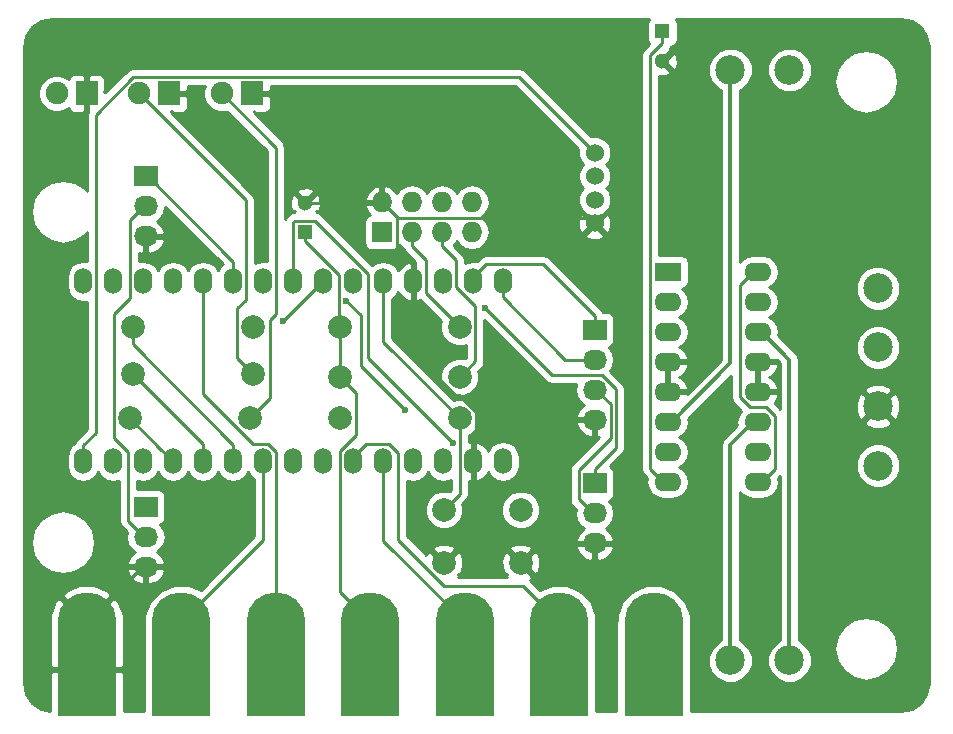
<source format=gbl>
G04 #@! TF.FileFunction,Copper,L2,Bot,Signal*
%FSLAX46Y46*%
G04 Gerber Fmt 4.6, Leading zero omitted, Abs format (unit mm)*
G04 Created by KiCad (PCBNEW 4.0.3-stable) date 01/10/17 16:40:44*
%MOMM*%
%LPD*%
G01*
G04 APERTURE LIST*
%ADD10C,0.100000*%
%ADD11O,1.524000X2.199640*%
%ADD12O,1.524000X2.197100*%
%ADD13R,2.032000X1.727200*%
%ADD14O,2.032000X1.727200*%
%ADD15R,1.900000X2.000000*%
%ADD16C,1.900000*%
%ADD17C,5.000000*%
%ADD18R,5.000000X8.000000*%
%ADD19C,2.500000*%
%ADD20C,1.998980*%
%ADD21R,2.286000X1.574800*%
%ADD22O,2.286000X1.574800*%
%ADD23C,1.524000*%
%ADD24R,1.300000X1.300000*%
%ADD25C,1.300000*%
%ADD26R,1.727200X1.727200*%
%ADD27O,1.727200X1.727200*%
%ADD28C,0.600000*%
%ADD29C,0.250000*%
%ADD30C,0.300000*%
%ADD31C,0.254000*%
G04 APERTURE END LIST*
D10*
D11*
X81260500Y-65910500D03*
X78720500Y-65910500D03*
X76180500Y-65910500D03*
X73640500Y-65910500D03*
X71100500Y-65910500D03*
X68560500Y-65910500D03*
X66020500Y-65910500D03*
X63480500Y-65910500D03*
X60940500Y-65910500D03*
X58400500Y-65910500D03*
X55860500Y-65910500D03*
X53320500Y-65910500D03*
X50780500Y-65910500D03*
X48240500Y-65910500D03*
X45700500Y-65910500D03*
X45700500Y-81150500D03*
X48240500Y-81150500D03*
X50780500Y-81150500D03*
X53320500Y-81150500D03*
D12*
X55860500Y-81150500D03*
X58400500Y-81150500D03*
X60940500Y-81150500D03*
X63480500Y-81150500D03*
X66020500Y-81150500D03*
X68560500Y-81150500D03*
X71100500Y-81150500D03*
X73640500Y-81150500D03*
X76180500Y-81150500D03*
X78720500Y-81150500D03*
X81260500Y-81150500D03*
D13*
X51000000Y-85000000D03*
D14*
X51000000Y-87540000D03*
X51000000Y-90080000D03*
D15*
X46000000Y-50000000D03*
D16*
X43460000Y-50000000D03*
D15*
X53000000Y-50000000D03*
D16*
X50460000Y-50000000D03*
D15*
X60000000Y-50000000D03*
D16*
X57460000Y-50000000D03*
D17*
X70000000Y-94750000D03*
D18*
X70000000Y-98750000D03*
D17*
X94000000Y-94750000D03*
D18*
X94000000Y-98750000D03*
D17*
X54000000Y-94750000D03*
D18*
X54000000Y-98750000D03*
D17*
X62000000Y-94750000D03*
D18*
X62000000Y-98750000D03*
D17*
X86000000Y-94750000D03*
D18*
X86000000Y-98750000D03*
D17*
X78000000Y-94750000D03*
D18*
X78000000Y-98750000D03*
D17*
X46000000Y-94750000D03*
D18*
X46000000Y-98750000D03*
D13*
X89000000Y-83000000D03*
D14*
X89000000Y-85540000D03*
X89000000Y-88080000D03*
D13*
X89000000Y-70000000D03*
D14*
X89000000Y-72540000D03*
X89000000Y-75080000D03*
X89000000Y-77620000D03*
D19*
X105500000Y-48000000D03*
X100500000Y-48000000D03*
X100500000Y-98000000D03*
X105500000Y-98000000D03*
D20*
X77580000Y-77500000D03*
X67420000Y-77500000D03*
X60080000Y-69750000D03*
X49920000Y-69750000D03*
X60080000Y-73750000D03*
X49920000Y-73750000D03*
X59830000Y-77500000D03*
X49670000Y-77500000D03*
X67420000Y-74000000D03*
X77580000Y-74000000D03*
X67420000Y-69750000D03*
X77580000Y-69750000D03*
X82751200Y-85249560D03*
X76248800Y-89750440D03*
X82751200Y-89750440D03*
X76248800Y-85249560D03*
D13*
X51000000Y-57000000D03*
D14*
X51000000Y-59540000D03*
X51000000Y-62080000D03*
D21*
X95190000Y-65110000D03*
D22*
X95190000Y-67650000D03*
X95190000Y-70190000D03*
X95190000Y-72730000D03*
X95190000Y-75270000D03*
X95190000Y-77810000D03*
X95190000Y-80350000D03*
X95190000Y-82890000D03*
X102810000Y-82890000D03*
X102810000Y-80350000D03*
X102810000Y-77810000D03*
X102810000Y-75270000D03*
X102810000Y-72730000D03*
X102810000Y-70190000D03*
X102810000Y-67650000D03*
X102810000Y-65110000D03*
D19*
X113000000Y-66500000D03*
X113000000Y-71500000D03*
X113000000Y-81500000D03*
X113000000Y-76500000D03*
D23*
X89000000Y-55000000D03*
X89000000Y-57000000D03*
X89000000Y-59000000D03*
X89000000Y-61000000D03*
D24*
X64500000Y-61750000D03*
D25*
X64500000Y-59250000D03*
D24*
X94750000Y-44750000D03*
D25*
X94750000Y-47250000D03*
D26*
X71000000Y-61750000D03*
D27*
X71000000Y-59210000D03*
X73540000Y-61750000D03*
X73540000Y-59210000D03*
X76080000Y-61750000D03*
X76080000Y-59210000D03*
X78620000Y-61750000D03*
X78620000Y-59210000D03*
D28*
X62622800Y-69286300D03*
X77009400Y-79601500D03*
X72917500Y-76765400D03*
X67990300Y-67538300D03*
X79739500Y-68191300D03*
D29*
X49920000Y-71246100D02*
X58400500Y-79726600D01*
X49920000Y-69750000D02*
X49920000Y-71246100D01*
X58400500Y-81150500D02*
X58400500Y-79726600D01*
X55860500Y-79690500D02*
X55860500Y-81150500D01*
X49920000Y-73750000D02*
X55860500Y-79690500D01*
X52233200Y-80063200D02*
X53320500Y-81150500D01*
X49670000Y-77500000D02*
X52233200Y-80063200D01*
X81260500Y-65910500D02*
X81260500Y-67260320D01*
X81260500Y-67260320D02*
X86540180Y-72540000D01*
X86540180Y-72540000D02*
X87734000Y-72540000D01*
X87734000Y-72540000D02*
X89000000Y-72540000D01*
X89000000Y-70000000D02*
X89000000Y-68811100D01*
X89000000Y-68811100D02*
X84653100Y-64464200D01*
X84653100Y-64464200D02*
X79828980Y-64464200D01*
X79828980Y-64464200D02*
X78720500Y-65572680D01*
X78720500Y-65572680D02*
X78720500Y-65910500D01*
X76248800Y-89750440D02*
X78720500Y-87278740D01*
X78720500Y-87278740D02*
X78720500Y-81150500D01*
X71000000Y-59210000D02*
X71863599Y-60073599D01*
X71863599Y-60073599D02*
X71890699Y-60073599D01*
X71890699Y-60073599D02*
X72351100Y-60534000D01*
X72245300Y-60639800D02*
X72245300Y-63165480D01*
X72245300Y-63165480D02*
X73640500Y-64560680D01*
X73640500Y-64560680D02*
X73640500Y-65910500D01*
X46000000Y-94750000D02*
X50670000Y-90080000D01*
X50670000Y-90080000D02*
X51000000Y-90080000D01*
X69771100Y-59250000D02*
X69811100Y-59210000D01*
X64500000Y-59250000D02*
X69771100Y-59250000D01*
X71000000Y-59210000D02*
X69811100Y-59210000D01*
X102810000Y-72730000D02*
X102810000Y-75270000D01*
X95190000Y-75270000D02*
X95190000Y-72730000D01*
X46000000Y-98750000D02*
X46000000Y-94750000D01*
X77484700Y-88514500D02*
X78720500Y-88514500D01*
X76248800Y-89750400D02*
X77484700Y-88514500D01*
X88534000Y-60534000D02*
X89000000Y-61000000D01*
X72351100Y-60534000D02*
X88534000Y-60534000D01*
X72245300Y-60639800D02*
X72351100Y-60534000D01*
X78720500Y-81150500D02*
X78720500Y-79726600D01*
X81515300Y-88514500D02*
X82751200Y-89750400D01*
X78720500Y-88514500D02*
X81515300Y-88514500D01*
X84421600Y-88080000D02*
X82751200Y-89750400D01*
X89000000Y-88080000D02*
X84421600Y-88080000D01*
X89000000Y-77620000D02*
X87658700Y-77620000D01*
X78935600Y-77620000D02*
X87658700Y-77620000D01*
X78935600Y-79511500D02*
X78935600Y-77620000D01*
X78720500Y-79726600D02*
X78935600Y-79511500D01*
X73640500Y-71955500D02*
X73640500Y-65910500D01*
X77223200Y-75538200D02*
X73640500Y-71955500D01*
X77546000Y-75538200D02*
X77223200Y-75538200D01*
X78935600Y-76927800D02*
X77546000Y-75538200D01*
X78935600Y-77620000D02*
X78935600Y-76927800D01*
X77634700Y-77554700D02*
X77580000Y-77500000D01*
X77634700Y-79860600D02*
X77634700Y-77554700D01*
X77619100Y-79876200D02*
X77634700Y-79860600D01*
X77619100Y-83879300D02*
X77619100Y-79876200D01*
X76248800Y-85249600D02*
X77619100Y-83879300D01*
X71100500Y-71020500D02*
X71100500Y-65910500D01*
X77580000Y-77500000D02*
X71100500Y-71020500D01*
X62622800Y-69286300D02*
X65998600Y-65910500D01*
X65998600Y-65910500D02*
X66020500Y-65910500D01*
X63480500Y-60914400D02*
X63480500Y-65910500D01*
X63630100Y-60764800D02*
X63480500Y-60914400D01*
X65318100Y-60764800D02*
X63630100Y-60764800D01*
X69830500Y-65277200D02*
X65318100Y-60764800D01*
X69830500Y-72422600D02*
X69830500Y-65277200D01*
X77009400Y-79601500D02*
X69830500Y-72422600D01*
X69221800Y-68769800D02*
X67990300Y-67538300D01*
X69221800Y-73069700D02*
X69221800Y-68769800D01*
X72917500Y-76765400D02*
X69221800Y-73069700D01*
X58400500Y-65910500D02*
X58400500Y-64248100D01*
X58400500Y-64248100D02*
X51152400Y-57000000D01*
X51152400Y-57000000D02*
X51000000Y-57000000D01*
X85358200Y-73810000D02*
X79739500Y-68191300D01*
X89592800Y-73810000D02*
X85358200Y-73810000D01*
X90816100Y-75033300D02*
X89592800Y-73810000D01*
X90816100Y-79995000D02*
X90816100Y-75033300D01*
X89000000Y-81811100D02*
X90816100Y-79995000D01*
X89000000Y-83000000D02*
X89000000Y-81811100D01*
X89000000Y-55000000D02*
X82620000Y-48620000D01*
X82620000Y-48620000D02*
X49953700Y-48620000D01*
X49953700Y-48620000D02*
X46787510Y-51786190D01*
X46787510Y-51786190D02*
X46787510Y-78713670D01*
X46787510Y-78713670D02*
X45700500Y-79800680D01*
X45700500Y-79800680D02*
X45700500Y-81150500D01*
X64500000Y-61750000D02*
X64500000Y-62514916D01*
X64500000Y-62514916D02*
X67331584Y-65346500D01*
X67331584Y-65346500D02*
X67365000Y-65346500D01*
X67420000Y-69750000D02*
X67420000Y-74000000D01*
X70000000Y-98750000D02*
X70000000Y-94750000D01*
X68798400Y-75378400D02*
X67420000Y-74000000D01*
X68798400Y-78939300D02*
X68798400Y-75378400D01*
X67470600Y-80267100D02*
X68798400Y-78939300D01*
X67470600Y-92220600D02*
X67470600Y-80267100D01*
X70000000Y-94750000D02*
X67470600Y-92220600D01*
X67365000Y-69695000D02*
X67420000Y-69750000D01*
X67365000Y-65346500D02*
X67365000Y-69695000D01*
X54000000Y-98750000D02*
X54000000Y-94750000D01*
X60940500Y-87809500D02*
X60940500Y-81150500D01*
X54000000Y-94750000D02*
X60940500Y-87809500D01*
X86000000Y-94750000D02*
X82909200Y-91659200D01*
X82909200Y-91659200D02*
X76260600Y-91659200D01*
X76260600Y-91659200D02*
X72370500Y-87769100D01*
X72370500Y-87769100D02*
X72370500Y-80475100D01*
X69691050Y-79683400D02*
X68560500Y-80813950D01*
X72370500Y-80475100D02*
X71578800Y-79683400D01*
X71578800Y-79683400D02*
X69691050Y-79683400D01*
X68560500Y-80813950D02*
X68560500Y-81150500D01*
X86000000Y-98750000D02*
X86000000Y-94750000D01*
X78000000Y-98750000D02*
X78000000Y-94750000D01*
X71100500Y-87850500D02*
X71100500Y-81150500D01*
X78000000Y-94750000D02*
X71100500Y-87850500D01*
X89000000Y-75080000D02*
X89152400Y-75080000D01*
X89152400Y-75080000D02*
X90351000Y-76278600D01*
X90351000Y-76278600D02*
X90351000Y-79188300D01*
X90351000Y-79188300D02*
X87658600Y-81880700D01*
X87658600Y-81880700D02*
X87658600Y-84351000D01*
X87658600Y-84351000D02*
X88847600Y-85540000D01*
X88847600Y-85540000D02*
X89000000Y-85540000D01*
X102810000Y-65110000D02*
X102454400Y-65110000D01*
X102454400Y-65110000D02*
X101340700Y-66223700D01*
X101340700Y-66223700D02*
X101340700Y-75731500D01*
X102149200Y-76540000D02*
X103495300Y-76540000D01*
X104291600Y-77336300D02*
X104291600Y-81764000D01*
X101340700Y-75731500D02*
X102149200Y-76540000D01*
X103495300Y-76540000D02*
X104291600Y-77336300D01*
X104291600Y-81764000D02*
X103165600Y-82890000D01*
X103165600Y-82890000D02*
X102810000Y-82890000D01*
X51000000Y-87540000D02*
X50847600Y-87540000D01*
X50847600Y-87540000D02*
X49510500Y-86202900D01*
X49510500Y-86202900D02*
X49510500Y-80335600D01*
X49510500Y-80335600D02*
X48325500Y-79150600D01*
X49648900Y-60738700D02*
X50847600Y-59540000D01*
X48325500Y-79150600D02*
X48325500Y-68675600D01*
X48325500Y-68675600D02*
X49648900Y-67352200D01*
X49648900Y-67352200D02*
X49648900Y-60738700D01*
X50847600Y-59540000D02*
X51000000Y-59540000D01*
X94000000Y-98750000D02*
X94000000Y-94750000D01*
X94750000Y-44750000D02*
X94750000Y-45725300D01*
X94834400Y-82890000D02*
X95190000Y-82890000D01*
X94750000Y-45725300D02*
X93715400Y-46759900D01*
X93715400Y-46759900D02*
X93715400Y-81771000D01*
X93715400Y-81771000D02*
X94834400Y-82890000D01*
D30*
X100500000Y-48000000D02*
X100500000Y-72855600D01*
X100500000Y-72855600D02*
X95545600Y-77810000D01*
X95545600Y-77810000D02*
X95190000Y-77810000D01*
X100500000Y-98000000D02*
X100500000Y-79764400D01*
X100500000Y-79764400D02*
X102454400Y-77810000D01*
X102454400Y-77810000D02*
X102810000Y-77810000D01*
X102810000Y-70190000D02*
X103165600Y-70190000D01*
X103165600Y-70190000D02*
X105500000Y-72524400D01*
X105500000Y-72524400D02*
X105500000Y-73448900D01*
X105500000Y-73448900D02*
X105500000Y-98000000D01*
D29*
X78905800Y-72674200D02*
X77580000Y-74000000D01*
X78905800Y-68022900D02*
X78905800Y-72674200D01*
X77268900Y-66386000D02*
X78905800Y-68022900D01*
X77268900Y-64127800D02*
X77268900Y-66386000D01*
X76080000Y-62938900D02*
X77268900Y-64127800D01*
X76080000Y-61750000D02*
X76080000Y-62938900D01*
X74728900Y-64127800D02*
X73540000Y-62938900D01*
X74728900Y-66898900D02*
X74728900Y-64127800D01*
X77580000Y-69750000D02*
X74728900Y-66898900D01*
X73540000Y-61750000D02*
X73540000Y-62938900D01*
X59492100Y-59032100D02*
X50460000Y-50000000D01*
X59492100Y-67451600D02*
X59492100Y-59032100D01*
X58754000Y-68189700D02*
X59492100Y-67451600D01*
X58754000Y-72424000D02*
X58754000Y-68189700D01*
X60080000Y-73750000D02*
X58754000Y-72424000D01*
X62043300Y-54583300D02*
X57460000Y-50000000D01*
X62043300Y-68645500D02*
X62043300Y-54583300D01*
X61541900Y-69146900D02*
X62043300Y-68645500D01*
X61541900Y-75788100D02*
X61541900Y-69146900D01*
X59830000Y-77500000D02*
X61541900Y-75788100D01*
X62000000Y-98750000D02*
X62000000Y-94750000D01*
X55860500Y-75431200D02*
X55860500Y-65910500D01*
X60089400Y-79660100D02*
X55860500Y-75431200D01*
X61328900Y-79660100D02*
X60089400Y-79660100D01*
X62052200Y-80383400D02*
X61328900Y-79660100D01*
X62052200Y-94697800D02*
X62052200Y-80383400D01*
X62000000Y-94750000D02*
X62052200Y-94697800D01*
D31*
G36*
X93503569Y-43848110D02*
X93452560Y-44100000D01*
X93452560Y-45400000D01*
X93496838Y-45635317D01*
X93601904Y-45798594D01*
X93177999Y-46222499D01*
X93013252Y-46469061D01*
X92955400Y-46759900D01*
X92955400Y-81771000D01*
X93013252Y-82061839D01*
X93177999Y-82308401D01*
X93440617Y-82571019D01*
X93377167Y-82890000D01*
X93485441Y-83434329D01*
X93793778Y-83895789D01*
X94255238Y-84204126D01*
X94799567Y-84312400D01*
X95580433Y-84312400D01*
X96124762Y-84204126D01*
X96586222Y-83895789D01*
X96894559Y-83434329D01*
X97002833Y-82890000D01*
X96894559Y-82345671D01*
X96586222Y-81884211D01*
X96190801Y-81620000D01*
X96586222Y-81355789D01*
X96894559Y-80894329D01*
X97002833Y-80350000D01*
X96894559Y-79805671D01*
X96586222Y-79344211D01*
X96190801Y-79080000D01*
X96586222Y-78815789D01*
X96894559Y-78354329D01*
X97002833Y-77810000D01*
X96945249Y-77520509D01*
X100580700Y-73885058D01*
X100580700Y-75731500D01*
X100638552Y-76022339D01*
X100803299Y-76268901D01*
X101383670Y-76849272D01*
X101105441Y-77265671D01*
X100997167Y-77810000D01*
X101054751Y-78099491D01*
X99944921Y-79209321D01*
X99774755Y-79463993D01*
X99715000Y-79764400D01*
X99715000Y-96284783D01*
X99433628Y-96401043D01*
X98902907Y-96930839D01*
X98615328Y-97623405D01*
X98614674Y-98373305D01*
X98901043Y-99066372D01*
X99430839Y-99597093D01*
X100123405Y-99884672D01*
X100873305Y-99885326D01*
X101566372Y-99598957D01*
X102097093Y-99069161D01*
X102384672Y-98376595D01*
X102385326Y-97626695D01*
X102098957Y-96933628D01*
X101569161Y-96402907D01*
X101285000Y-96284913D01*
X101285000Y-83703059D01*
X101413778Y-83895789D01*
X101875238Y-84204126D01*
X102419567Y-84312400D01*
X103200433Y-84312400D01*
X103744762Y-84204126D01*
X104206222Y-83895789D01*
X104514559Y-83434329D01*
X104622833Y-82890000D01*
X104559383Y-82571019D01*
X104715000Y-82415402D01*
X104715000Y-96284783D01*
X104433628Y-96401043D01*
X103902907Y-96930839D01*
X103615328Y-97623405D01*
X103614674Y-98373305D01*
X103901043Y-99066372D01*
X104430839Y-99597093D01*
X105123405Y-99884672D01*
X105873305Y-99885326D01*
X106566372Y-99598957D01*
X107097093Y-99069161D01*
X107384672Y-98376595D01*
X107385326Y-97626695D01*
X107126382Y-97000000D01*
X109290000Y-97000000D01*
X109496286Y-98037072D01*
X110083741Y-98916259D01*
X110962928Y-99503714D01*
X112000000Y-99710000D01*
X113037072Y-99503714D01*
X113916259Y-98916259D01*
X114503714Y-98037072D01*
X114710000Y-97000000D01*
X114503714Y-95962928D01*
X113916259Y-95083741D01*
X113037072Y-94496286D01*
X112000000Y-94290000D01*
X110962928Y-94496286D01*
X110083741Y-95083741D01*
X109496286Y-95962928D01*
X109290000Y-97000000D01*
X107126382Y-97000000D01*
X107098957Y-96933628D01*
X106569161Y-96402907D01*
X106285000Y-96284913D01*
X106285000Y-81873305D01*
X111114674Y-81873305D01*
X111401043Y-82566372D01*
X111930839Y-83097093D01*
X112623405Y-83384672D01*
X113373305Y-83385326D01*
X114066372Y-83098957D01*
X114597093Y-82569161D01*
X114884672Y-81876595D01*
X114885326Y-81126695D01*
X114598957Y-80433628D01*
X114069161Y-79902907D01*
X113376595Y-79615328D01*
X112626695Y-79614674D01*
X111933628Y-79901043D01*
X111402907Y-80430839D01*
X111115328Y-81123405D01*
X111114674Y-81873305D01*
X106285000Y-81873305D01*
X106285000Y-77833320D01*
X111846285Y-77833320D01*
X111975533Y-78126123D01*
X112675806Y-78394388D01*
X113425435Y-78374250D01*
X114024467Y-78126123D01*
X114153715Y-77833320D01*
X113000000Y-76679605D01*
X111846285Y-77833320D01*
X106285000Y-77833320D01*
X106285000Y-76175806D01*
X111105612Y-76175806D01*
X111125750Y-76925435D01*
X111373877Y-77524467D01*
X111666680Y-77653715D01*
X112820395Y-76500000D01*
X113179605Y-76500000D01*
X114333320Y-77653715D01*
X114626123Y-77524467D01*
X114894388Y-76824194D01*
X114874250Y-76074565D01*
X114626123Y-75475533D01*
X114333320Y-75346285D01*
X113179605Y-76500000D01*
X112820395Y-76500000D01*
X111666680Y-75346285D01*
X111373877Y-75475533D01*
X111105612Y-76175806D01*
X106285000Y-76175806D01*
X106285000Y-75166680D01*
X111846285Y-75166680D01*
X113000000Y-76320395D01*
X114153715Y-75166680D01*
X114024467Y-74873877D01*
X113324194Y-74605612D01*
X112574565Y-74625750D01*
X111975533Y-74873877D01*
X111846285Y-75166680D01*
X106285000Y-75166680D01*
X106285000Y-72524400D01*
X106225245Y-72223994D01*
X106225245Y-72223993D01*
X106055079Y-71969321D01*
X105959063Y-71873305D01*
X111114674Y-71873305D01*
X111401043Y-72566372D01*
X111930839Y-73097093D01*
X112623405Y-73384672D01*
X113373305Y-73385326D01*
X114066372Y-73098957D01*
X114597093Y-72569161D01*
X114884672Y-71876595D01*
X114885326Y-71126695D01*
X114598957Y-70433628D01*
X114069161Y-69902907D01*
X113376595Y-69615328D01*
X112626695Y-69614674D01*
X111933628Y-69901043D01*
X111402907Y-70430839D01*
X111115328Y-71123405D01*
X111114674Y-71873305D01*
X105959063Y-71873305D01*
X104565249Y-70479491D01*
X104622833Y-70190000D01*
X104514559Y-69645671D01*
X104206222Y-69184211D01*
X103810801Y-68920000D01*
X104206222Y-68655789D01*
X104514559Y-68194329D01*
X104622833Y-67650000D01*
X104514559Y-67105671D01*
X104359298Y-66873305D01*
X111114674Y-66873305D01*
X111401043Y-67566372D01*
X111930839Y-68097093D01*
X112623405Y-68384672D01*
X113373305Y-68385326D01*
X114066372Y-68098957D01*
X114597093Y-67569161D01*
X114884672Y-66876595D01*
X114885326Y-66126695D01*
X114598957Y-65433628D01*
X114069161Y-64902907D01*
X113376595Y-64615328D01*
X112626695Y-64614674D01*
X111933628Y-64901043D01*
X111402907Y-65430839D01*
X111115328Y-66123405D01*
X111114674Y-66873305D01*
X104359298Y-66873305D01*
X104206222Y-66644211D01*
X103810801Y-66380000D01*
X104206222Y-66115789D01*
X104514559Y-65654329D01*
X104622833Y-65110000D01*
X104514559Y-64565671D01*
X104206222Y-64104211D01*
X103744762Y-63795874D01*
X103200433Y-63687600D01*
X102419567Y-63687600D01*
X101875238Y-63795874D01*
X101413778Y-64104211D01*
X101285000Y-64296941D01*
X101285000Y-49715217D01*
X101566372Y-49598957D01*
X102097093Y-49069161D01*
X102384672Y-48376595D01*
X102384674Y-48373305D01*
X103614674Y-48373305D01*
X103901043Y-49066372D01*
X104430839Y-49597093D01*
X105123405Y-49884672D01*
X105873305Y-49885326D01*
X106566372Y-49598957D01*
X107097093Y-49069161D01*
X107125811Y-49000000D01*
X109290000Y-49000000D01*
X109496286Y-50037072D01*
X110083741Y-50916259D01*
X110962928Y-51503714D01*
X112000000Y-51710000D01*
X113037072Y-51503714D01*
X113916259Y-50916259D01*
X114503714Y-50037072D01*
X114710000Y-49000000D01*
X114503714Y-47962928D01*
X113916259Y-47083741D01*
X113037072Y-46496286D01*
X112000000Y-46290000D01*
X110962928Y-46496286D01*
X110083741Y-47083741D01*
X109496286Y-47962928D01*
X109290000Y-49000000D01*
X107125811Y-49000000D01*
X107384672Y-48376595D01*
X107385326Y-47626695D01*
X107098957Y-46933628D01*
X106569161Y-46402907D01*
X105876595Y-46115328D01*
X105126695Y-46114674D01*
X104433628Y-46401043D01*
X103902907Y-46930839D01*
X103615328Y-47623405D01*
X103614674Y-48373305D01*
X102384674Y-48373305D01*
X102385326Y-47626695D01*
X102098957Y-46933628D01*
X101569161Y-46402907D01*
X100876595Y-46115328D01*
X100126695Y-46114674D01*
X99433628Y-46401043D01*
X98902907Y-46930839D01*
X98615328Y-47623405D01*
X98614674Y-48373305D01*
X98901043Y-49066372D01*
X99430839Y-49597093D01*
X99715000Y-49715087D01*
X99715000Y-72530442D01*
X96819126Y-75426316D01*
X96802852Y-75397000D01*
X95317000Y-75397000D01*
X95317000Y-75417000D01*
X95063000Y-75417000D01*
X95063000Y-75397000D01*
X95043000Y-75397000D01*
X95043000Y-75143000D01*
X95063000Y-75143000D01*
X95063000Y-72857000D01*
X95317000Y-72857000D01*
X95317000Y-75143000D01*
X96802852Y-75143000D01*
X96925010Y-74922940D01*
X96908327Y-74843004D01*
X96641191Y-74354014D01*
X96207262Y-74004475D01*
X96192010Y-74000000D01*
X96207262Y-73995525D01*
X96641191Y-73645986D01*
X96908327Y-73156996D01*
X96925010Y-73077060D01*
X96802852Y-72857000D01*
X95317000Y-72857000D01*
X95063000Y-72857000D01*
X95043000Y-72857000D01*
X95043000Y-72603000D01*
X95063000Y-72603000D01*
X95063000Y-72583000D01*
X95317000Y-72583000D01*
X95317000Y-72603000D01*
X96802852Y-72603000D01*
X96925010Y-72382940D01*
X96908327Y-72303004D01*
X96641191Y-71814014D01*
X96207262Y-71464475D01*
X96191170Y-71459754D01*
X96586222Y-71195789D01*
X96894559Y-70734329D01*
X97002833Y-70190000D01*
X96894559Y-69645671D01*
X96586222Y-69184211D01*
X96190801Y-68920000D01*
X96586222Y-68655789D01*
X96894559Y-68194329D01*
X97002833Y-67650000D01*
X96894559Y-67105671D01*
X96586222Y-66644211D01*
X96414540Y-66529497D01*
X96568317Y-66500562D01*
X96784441Y-66361490D01*
X96929431Y-66149290D01*
X96980440Y-65897400D01*
X96980440Y-64322600D01*
X96936162Y-64087283D01*
X96797090Y-63871159D01*
X96584890Y-63726169D01*
X96333000Y-63675160D01*
X94475400Y-63675160D01*
X94475400Y-48515023D01*
X94569078Y-48547622D01*
X95079428Y-48518083D01*
X95413729Y-48379611D01*
X95469410Y-48149016D01*
X94750000Y-47429605D01*
X94735858Y-47443748D01*
X94556253Y-47264143D01*
X94570395Y-47250000D01*
X94929605Y-47250000D01*
X95649016Y-47969410D01*
X95879611Y-47913729D01*
X96047622Y-47430922D01*
X96018083Y-46920572D01*
X95879611Y-46586271D01*
X95649016Y-46530590D01*
X94929605Y-47250000D01*
X94570395Y-47250000D01*
X94556253Y-47235858D01*
X94735858Y-47056252D01*
X94750000Y-47070395D01*
X95469410Y-46350984D01*
X95413729Y-46120389D01*
X95388384Y-46111569D01*
X95435726Y-46040718D01*
X95635317Y-46003162D01*
X95851441Y-45864090D01*
X95996431Y-45651890D01*
X96047440Y-45400000D01*
X96047440Y-44100000D01*
X96003162Y-43864683D01*
X95903626Y-43710000D01*
X114930069Y-43710000D01*
X115871023Y-43897167D01*
X116609439Y-44390561D01*
X117102833Y-45128977D01*
X117290000Y-46069931D01*
X117290000Y-99930069D01*
X117102833Y-100871023D01*
X116609439Y-101609439D01*
X115871023Y-102102833D01*
X114930069Y-102290000D01*
X97147440Y-102290000D01*
X97147440Y-94750000D01*
X97135058Y-94684197D01*
X97135543Y-94129146D01*
X96659273Y-92976485D01*
X95778153Y-92093826D01*
X94626326Y-91615546D01*
X93379146Y-91614457D01*
X92226485Y-92090727D01*
X91343826Y-92971847D01*
X90865546Y-94123674D01*
X90865053Y-94688308D01*
X90852560Y-94750000D01*
X90852560Y-102290000D01*
X89147440Y-102290000D01*
X89147440Y-94750000D01*
X89135058Y-94684197D01*
X89135543Y-94129146D01*
X88659273Y-92976485D01*
X87778153Y-92093826D01*
X86626326Y-91615546D01*
X85379146Y-91614457D01*
X84360256Y-92035454D01*
X83532562Y-91207760D01*
X83625158Y-91169405D01*
X83723757Y-90902603D01*
X82751200Y-89930045D01*
X82737058Y-89944188D01*
X82557452Y-89764582D01*
X82571595Y-89750440D01*
X82930805Y-89750440D01*
X83903363Y-90722997D01*
X84170165Y-90624398D01*
X84396601Y-90014858D01*
X84372541Y-89365063D01*
X84170165Y-88876482D01*
X83903363Y-88777883D01*
X82930805Y-89750440D01*
X82571595Y-89750440D01*
X81599037Y-88777883D01*
X81332235Y-88876482D01*
X81105799Y-89486022D01*
X81129859Y-90135817D01*
X81332235Y-90624398D01*
X81599036Y-90722996D01*
X81484754Y-90837278D01*
X81546676Y-90899200D01*
X77453324Y-90899200D01*
X77515246Y-90837278D01*
X77400964Y-90722996D01*
X77667765Y-90624398D01*
X77894201Y-90014858D01*
X77870141Y-89365063D01*
X77667765Y-88876482D01*
X77400963Y-88777883D01*
X76428405Y-89750440D01*
X76442548Y-89764582D01*
X76262942Y-89944188D01*
X76248800Y-89930045D01*
X76234658Y-89944188D01*
X76055052Y-89764582D01*
X76069195Y-89750440D01*
X75096637Y-88777883D01*
X74829835Y-88876482D01*
X74754765Y-89078563D01*
X74274479Y-88598277D01*
X75276243Y-88598277D01*
X76248800Y-89570835D01*
X77221357Y-88598277D01*
X81778643Y-88598277D01*
X82751200Y-89570835D01*
X83723757Y-88598277D01*
X83664905Y-88439026D01*
X87392642Y-88439026D01*
X87395291Y-88454791D01*
X87649268Y-88982036D01*
X88085680Y-89371954D01*
X88638087Y-89565184D01*
X88873000Y-89420924D01*
X88873000Y-88207000D01*
X89127000Y-88207000D01*
X89127000Y-89420924D01*
X89361913Y-89565184D01*
X89914320Y-89371954D01*
X90350732Y-88982036D01*
X90604709Y-88454791D01*
X90607358Y-88439026D01*
X90486217Y-88207000D01*
X89127000Y-88207000D01*
X88873000Y-88207000D01*
X87513783Y-88207000D01*
X87392642Y-88439026D01*
X83664905Y-88439026D01*
X83625158Y-88331475D01*
X83015618Y-88105039D01*
X82365823Y-88129099D01*
X81877242Y-88331475D01*
X81778643Y-88598277D01*
X77221357Y-88598277D01*
X77122758Y-88331475D01*
X76513218Y-88105039D01*
X75863423Y-88129099D01*
X75374842Y-88331475D01*
X75276243Y-88598277D01*
X74274479Y-88598277D01*
X73130500Y-87454298D01*
X73130500Y-82816567D01*
X73640500Y-82918012D01*
X74175109Y-82811672D01*
X74628328Y-82508840D01*
X74910500Y-82086541D01*
X75192672Y-82508840D01*
X75645891Y-82811672D01*
X76180500Y-82918012D01*
X76715109Y-82811672D01*
X76859100Y-82715460D01*
X76859100Y-83564498D01*
X76739911Y-83683687D01*
X76575347Y-83615354D01*
X75925106Y-83614786D01*
X75324145Y-83863098D01*
X74863954Y-84322487D01*
X74614594Y-84923013D01*
X74614026Y-85573254D01*
X74862338Y-86174215D01*
X75321727Y-86634406D01*
X75922253Y-86883766D01*
X76572494Y-86884334D01*
X77173455Y-86636022D01*
X77633646Y-86176633D01*
X77883006Y-85576107D01*
X77883008Y-85573254D01*
X81116426Y-85573254D01*
X81364738Y-86174215D01*
X81824127Y-86634406D01*
X82424653Y-86883766D01*
X83074894Y-86884334D01*
X83675855Y-86636022D01*
X84136046Y-86176633D01*
X84385406Y-85576107D01*
X84385974Y-84925866D01*
X84137662Y-84324905D01*
X83678273Y-83864714D01*
X83077747Y-83615354D01*
X82427506Y-83614786D01*
X81826545Y-83863098D01*
X81366354Y-84322487D01*
X81116994Y-84923013D01*
X81116426Y-85573254D01*
X77883008Y-85573254D01*
X77883574Y-84925866D01*
X77814502Y-84758700D01*
X78156501Y-84416701D01*
X78321248Y-84170139D01*
X78379100Y-83879300D01*
X78379100Y-82840323D01*
X78593500Y-82718770D01*
X78593500Y-81277500D01*
X78573500Y-81277500D01*
X78573500Y-81023500D01*
X78593500Y-81023500D01*
X78593500Y-79582230D01*
X78847500Y-79582230D01*
X78847500Y-81023500D01*
X78867500Y-81023500D01*
X78867500Y-81277500D01*
X78847500Y-81277500D01*
X78847500Y-82718770D01*
X79063570Y-82841270D01*
X79137777Y-82826310D01*
X79618526Y-82564680D01*
X79962559Y-82138991D01*
X79981858Y-82073607D01*
X80272672Y-82508840D01*
X80725891Y-82811672D01*
X81260500Y-82918012D01*
X81795109Y-82811672D01*
X82248328Y-82508840D01*
X82551160Y-82055621D01*
X82657500Y-81521012D01*
X82657500Y-80779988D01*
X82551160Y-80245379D01*
X82248328Y-79792160D01*
X81795109Y-79489328D01*
X81260500Y-79382988D01*
X80725891Y-79489328D01*
X80272672Y-79792160D01*
X79981858Y-80227393D01*
X79962559Y-80162009D01*
X79618526Y-79736320D01*
X79137777Y-79474690D01*
X79063570Y-79459730D01*
X78847500Y-79582230D01*
X78593500Y-79582230D01*
X78394700Y-79469521D01*
X78394700Y-78931894D01*
X78504655Y-78886462D01*
X78964846Y-78427073D01*
X79150891Y-77979026D01*
X87392642Y-77979026D01*
X87395291Y-77994791D01*
X87649268Y-78522036D01*
X88085680Y-78911954D01*
X88638087Y-79105184D01*
X88873000Y-78960924D01*
X88873000Y-77747000D01*
X87513783Y-77747000D01*
X87392642Y-77979026D01*
X79150891Y-77979026D01*
X79214206Y-77826547D01*
X79214774Y-77176306D01*
X78966462Y-76575345D01*
X78507073Y-76115154D01*
X77906547Y-75865794D01*
X77256306Y-75865226D01*
X77089111Y-75934309D01*
X71860500Y-70705698D01*
X71860500Y-67422365D01*
X72088328Y-67270135D01*
X72379147Y-66834894D01*
X72398441Y-66900261D01*
X72742474Y-67325950D01*
X73223223Y-67587580D01*
X73297430Y-67602540D01*
X73513500Y-67480040D01*
X73513500Y-66037500D01*
X73493500Y-66037500D01*
X73493500Y-65783500D01*
X73513500Y-65783500D01*
X73513500Y-64340960D01*
X73297430Y-64218460D01*
X73223223Y-64233420D01*
X72742474Y-64495050D01*
X72398441Y-64920739D01*
X72379147Y-64986106D01*
X72088328Y-64550865D01*
X71635109Y-64248033D01*
X71100500Y-64141693D01*
X70565891Y-64248033D01*
X70152413Y-64524311D01*
X66514502Y-60886400D01*
X69488960Y-60886400D01*
X69488960Y-62613600D01*
X69533238Y-62848917D01*
X69672310Y-63065041D01*
X69884510Y-63210031D01*
X70136400Y-63261040D01*
X71863600Y-63261040D01*
X72098917Y-63216762D01*
X72315041Y-63077690D01*
X72460031Y-62865490D01*
X72468864Y-62821869D01*
X72480330Y-62839029D01*
X72803024Y-63054646D01*
X72837852Y-63229739D01*
X73002599Y-63476301D01*
X73831164Y-64304866D01*
X73767500Y-64340960D01*
X73767500Y-65783500D01*
X73787500Y-65783500D01*
X73787500Y-66037500D01*
X73767500Y-66037500D01*
X73767500Y-67480040D01*
X73983570Y-67602540D01*
X74057777Y-67587580D01*
X74242338Y-67487140D01*
X76014115Y-69258917D01*
X75945794Y-69423453D01*
X75945226Y-70073694D01*
X76193538Y-70674655D01*
X76652927Y-71134846D01*
X77253453Y-71384206D01*
X77903694Y-71384774D01*
X78145800Y-71284738D01*
X78145800Y-72359398D01*
X78071083Y-72434115D01*
X77906547Y-72365794D01*
X77256306Y-72365226D01*
X76655345Y-72613538D01*
X76195154Y-73072927D01*
X75945794Y-73673453D01*
X75945226Y-74323694D01*
X76193538Y-74924655D01*
X76652927Y-75384846D01*
X77253453Y-75634206D01*
X77903694Y-75634774D01*
X78504655Y-75386462D01*
X78964846Y-74927073D01*
X79214206Y-74326547D01*
X79214774Y-73676306D01*
X79145691Y-73509111D01*
X79443201Y-73211601D01*
X79607948Y-72965040D01*
X79665800Y-72674200D01*
X79665800Y-69192402D01*
X84820799Y-74347401D01*
X85067361Y-74512148D01*
X85358200Y-74570000D01*
X87418100Y-74570000D01*
X87316655Y-75080000D01*
X87430729Y-75653489D01*
X87755585Y-76139670D01*
X88065069Y-76346461D01*
X87649268Y-76717964D01*
X87395291Y-77245209D01*
X87392642Y-77260974D01*
X87513783Y-77493000D01*
X88873000Y-77493000D01*
X88873000Y-77473000D01*
X89127000Y-77473000D01*
X89127000Y-77493000D01*
X89147000Y-77493000D01*
X89147000Y-77747000D01*
X89127000Y-77747000D01*
X89127000Y-78960924D01*
X89360303Y-79104195D01*
X87121199Y-81343299D01*
X86956452Y-81589861D01*
X86898600Y-81880700D01*
X86898600Y-84351000D01*
X86956452Y-84641839D01*
X87121199Y-84888401D01*
X87392334Y-85159536D01*
X87316655Y-85540000D01*
X87430729Y-86113489D01*
X87755585Y-86599670D01*
X88065069Y-86806461D01*
X87649268Y-87177964D01*
X87395291Y-87705209D01*
X87392642Y-87720974D01*
X87513783Y-87953000D01*
X88873000Y-87953000D01*
X88873000Y-87933000D01*
X89127000Y-87933000D01*
X89127000Y-87953000D01*
X90486217Y-87953000D01*
X90607358Y-87720974D01*
X90604709Y-87705209D01*
X90350732Y-87177964D01*
X89934931Y-86806461D01*
X90244415Y-86599670D01*
X90569271Y-86113489D01*
X90683345Y-85540000D01*
X90569271Y-84966511D01*
X90244415Y-84480330D01*
X90230087Y-84470757D01*
X90251317Y-84466762D01*
X90467441Y-84327690D01*
X90612431Y-84115490D01*
X90663440Y-83863600D01*
X90663440Y-82136400D01*
X90619162Y-81901083D01*
X90480090Y-81684959D01*
X90314254Y-81571648D01*
X91353501Y-80532401D01*
X91518248Y-80285840D01*
X91576100Y-79995000D01*
X91576100Y-75033300D01*
X91518248Y-74742461D01*
X91518248Y-74742460D01*
X91353501Y-74495899D01*
X90329674Y-73472072D01*
X90569271Y-73113489D01*
X90683345Y-72540000D01*
X90569271Y-71966511D01*
X90244415Y-71480330D01*
X90230087Y-71470757D01*
X90251317Y-71466762D01*
X90467441Y-71327690D01*
X90612431Y-71115490D01*
X90663440Y-70863600D01*
X90663440Y-69136400D01*
X90619162Y-68901083D01*
X90480090Y-68684959D01*
X90267890Y-68539969D01*
X90016000Y-68488960D01*
X89681233Y-68488960D01*
X89537401Y-68273699D01*
X85190501Y-63926799D01*
X84943939Y-63762052D01*
X84653100Y-63704200D01*
X79828980Y-63704200D01*
X79586394Y-63752454D01*
X79538140Y-63762052D01*
X79291579Y-63926799D01*
X79017590Y-64200788D01*
X78720500Y-64141693D01*
X78185891Y-64248033D01*
X78028900Y-64352931D01*
X78028900Y-64127800D01*
X77971048Y-63836961D01*
X77920996Y-63762052D01*
X77806302Y-63590399D01*
X77088873Y-62872971D01*
X77139670Y-62839029D01*
X77350000Y-62524248D01*
X77560330Y-62839029D01*
X78046511Y-63163885D01*
X78620000Y-63277959D01*
X79193489Y-63163885D01*
X79679670Y-62839029D01*
X80004526Y-62352848D01*
X80078647Y-61980213D01*
X88199392Y-61980213D01*
X88268857Y-62222397D01*
X88792302Y-62409144D01*
X89347368Y-62381362D01*
X89731143Y-62222397D01*
X89800608Y-61980213D01*
X89000000Y-61179605D01*
X88199392Y-61980213D01*
X80078647Y-61980213D01*
X80118600Y-61779359D01*
X80118600Y-61720641D01*
X80004526Y-61147152D01*
X79767423Y-60792302D01*
X87590856Y-60792302D01*
X87618638Y-61347368D01*
X87777603Y-61731143D01*
X88019787Y-61800608D01*
X88820395Y-61000000D01*
X89179605Y-61000000D01*
X89980213Y-61800608D01*
X90222397Y-61731143D01*
X90409144Y-61207698D01*
X90381362Y-60652632D01*
X90222397Y-60268857D01*
X89980213Y-60199392D01*
X89179605Y-61000000D01*
X88820395Y-61000000D01*
X88019787Y-60199392D01*
X87777603Y-60268857D01*
X87590856Y-60792302D01*
X79767423Y-60792302D01*
X79679670Y-60660971D01*
X79408828Y-60480000D01*
X79679670Y-60299029D01*
X80004526Y-59812848D01*
X80118600Y-59239359D01*
X80118600Y-59180641D01*
X80004526Y-58607152D01*
X79679670Y-58120971D01*
X79193489Y-57796115D01*
X78620000Y-57682041D01*
X78046511Y-57796115D01*
X77560330Y-58120971D01*
X77350000Y-58435752D01*
X77139670Y-58120971D01*
X76653489Y-57796115D01*
X76080000Y-57682041D01*
X75506511Y-57796115D01*
X75020330Y-58120971D01*
X74810000Y-58435752D01*
X74599670Y-58120971D01*
X74113489Y-57796115D01*
X73540000Y-57682041D01*
X72966511Y-57796115D01*
X72480330Y-58120971D01*
X72264336Y-58444228D01*
X72206821Y-58321510D01*
X71774947Y-57927312D01*
X71359026Y-57755042D01*
X71127000Y-57876183D01*
X71127000Y-59083000D01*
X71147000Y-59083000D01*
X71147000Y-59337000D01*
X71127000Y-59337000D01*
X71127000Y-59357000D01*
X70873000Y-59357000D01*
X70873000Y-59337000D01*
X69665531Y-59337000D01*
X69545032Y-59569027D01*
X69793179Y-60098490D01*
X69979433Y-60268495D01*
X69901083Y-60283238D01*
X69684959Y-60422310D01*
X69539969Y-60634510D01*
X69488960Y-60886400D01*
X66514502Y-60886400D01*
X65855501Y-60227399D01*
X65608939Y-60062652D01*
X65463288Y-60033680D01*
X65399018Y-59969410D01*
X65629611Y-59913729D01*
X65797622Y-59430922D01*
X65768083Y-58920572D01*
X65739255Y-58850973D01*
X69545032Y-58850973D01*
X69665531Y-59083000D01*
X70873000Y-59083000D01*
X70873000Y-57876183D01*
X70640974Y-57755042D01*
X70225053Y-57927312D01*
X69793179Y-58321510D01*
X69545032Y-58850973D01*
X65739255Y-58850973D01*
X65629611Y-58586271D01*
X65399016Y-58530590D01*
X64679605Y-59250000D01*
X64693748Y-59264142D01*
X64514142Y-59443748D01*
X64500000Y-59429605D01*
X64485858Y-59443748D01*
X64306252Y-59264142D01*
X64320395Y-59250000D01*
X63600984Y-58530590D01*
X63370389Y-58586271D01*
X63202378Y-59069078D01*
X63231917Y-59579428D01*
X63370389Y-59913729D01*
X63600982Y-59969410D01*
X63549574Y-60020818D01*
X63339260Y-60062652D01*
X63092699Y-60227399D01*
X62943099Y-60376999D01*
X62803300Y-60586224D01*
X62803300Y-58350984D01*
X63780590Y-58350984D01*
X64500000Y-59070395D01*
X65219410Y-58350984D01*
X65163729Y-58120389D01*
X64680922Y-57952378D01*
X64170572Y-57981917D01*
X63836271Y-58120389D01*
X63780590Y-58350984D01*
X62803300Y-58350984D01*
X62803300Y-54583300D01*
X62745448Y-54292461D01*
X62580701Y-54045899D01*
X60127002Y-51592200D01*
X60127002Y-51476252D01*
X60285750Y-51635000D01*
X61076310Y-51635000D01*
X61309699Y-51538327D01*
X61488327Y-51359698D01*
X61585000Y-51126309D01*
X61585000Y-50285750D01*
X61426250Y-50127000D01*
X60127000Y-50127000D01*
X60127000Y-50147000D01*
X59873000Y-50147000D01*
X59873000Y-50127000D01*
X59853000Y-50127000D01*
X59853000Y-49873000D01*
X59873000Y-49873000D01*
X59873000Y-49853000D01*
X60127000Y-49853000D01*
X60127000Y-49873000D01*
X61426250Y-49873000D01*
X61585000Y-49714250D01*
X61585000Y-49380000D01*
X82305198Y-49380000D01*
X87615817Y-54690619D01*
X87603243Y-54720900D01*
X87602758Y-55276661D01*
X87814990Y-55790303D01*
X88024342Y-56000021D01*
X87816371Y-56207630D01*
X87603243Y-56720900D01*
X87602758Y-57276661D01*
X87814990Y-57790303D01*
X88024342Y-58000021D01*
X87816371Y-58207630D01*
X87603243Y-58720900D01*
X87602758Y-59276661D01*
X87814990Y-59790303D01*
X88207630Y-60183629D01*
X88473727Y-60294122D01*
X89000000Y-60820395D01*
X89526302Y-60294093D01*
X89790303Y-60185010D01*
X90183629Y-59792370D01*
X90396757Y-59279100D01*
X90397242Y-58723339D01*
X90185010Y-58209697D01*
X89975658Y-57999979D01*
X90183629Y-57792370D01*
X90396757Y-57279100D01*
X90397242Y-56723339D01*
X90185010Y-56209697D01*
X89975658Y-55999979D01*
X90183629Y-55792370D01*
X90396757Y-55279100D01*
X90397242Y-54723339D01*
X90185010Y-54209697D01*
X89792370Y-53816371D01*
X89279100Y-53603243D01*
X88723339Y-53602758D01*
X88690945Y-53616143D01*
X83157401Y-48082599D01*
X82910839Y-47917852D01*
X82620000Y-47860000D01*
X49953700Y-47860000D01*
X49662861Y-47917852D01*
X49416299Y-48082599D01*
X47585000Y-49913898D01*
X47585000Y-49872998D01*
X47426252Y-49872998D01*
X47585000Y-49714250D01*
X47585000Y-48873691D01*
X47488327Y-48640302D01*
X47309699Y-48461673D01*
X47076310Y-48365000D01*
X46285750Y-48365000D01*
X46127000Y-48523750D01*
X46127000Y-49873000D01*
X46147000Y-49873000D01*
X46147000Y-50127000D01*
X46127000Y-50127000D01*
X46127000Y-51433035D01*
X46085362Y-51495351D01*
X46027510Y-51786190D01*
X46027510Y-58250240D01*
X45916259Y-58083741D01*
X45037072Y-57496286D01*
X44000000Y-57290000D01*
X42962928Y-57496286D01*
X42083741Y-58083741D01*
X41496286Y-58962928D01*
X41290000Y-60000000D01*
X41496286Y-61037072D01*
X42083741Y-61916259D01*
X42962928Y-62503714D01*
X44000000Y-62710000D01*
X45037072Y-62503714D01*
X45916259Y-61916259D01*
X46027510Y-61749760D01*
X46027510Y-64206739D01*
X45700500Y-64141693D01*
X45165891Y-64248033D01*
X44712672Y-64550865D01*
X44409840Y-65004084D01*
X44303500Y-65538693D01*
X44303500Y-66282307D01*
X44409840Y-66816916D01*
X44712672Y-67270135D01*
X45165891Y-67572967D01*
X45700500Y-67679307D01*
X46027510Y-67614261D01*
X46027510Y-78398868D01*
X45163099Y-79263279D01*
X44998352Y-79509841D01*
X44977674Y-79613796D01*
X44712672Y-79790865D01*
X44409840Y-80244084D01*
X44303500Y-80778693D01*
X44303500Y-81522307D01*
X44409840Y-82056916D01*
X44712672Y-82510135D01*
X45165891Y-82812967D01*
X45700500Y-82919307D01*
X46235109Y-82812967D01*
X46688328Y-82510135D01*
X46970500Y-82087836D01*
X47252672Y-82510135D01*
X47705891Y-82812967D01*
X48240500Y-82919307D01*
X48750500Y-82817862D01*
X48750500Y-86202900D01*
X48808352Y-86493739D01*
X48973099Y-86740301D01*
X49392334Y-87159536D01*
X49316655Y-87540000D01*
X49430729Y-88113489D01*
X49755585Y-88599670D01*
X50065069Y-88806461D01*
X49649268Y-89177964D01*
X49395291Y-89705209D01*
X49392642Y-89720974D01*
X49513783Y-89953000D01*
X50873000Y-89953000D01*
X50873000Y-89933000D01*
X51127000Y-89933000D01*
X51127000Y-89953000D01*
X52486217Y-89953000D01*
X52607358Y-89720974D01*
X52604709Y-89705209D01*
X52350732Y-89177964D01*
X51934931Y-88806461D01*
X52244415Y-88599670D01*
X52569271Y-88113489D01*
X52683345Y-87540000D01*
X52569271Y-86966511D01*
X52244415Y-86480330D01*
X52230087Y-86470757D01*
X52251317Y-86466762D01*
X52467441Y-86327690D01*
X52612431Y-86115490D01*
X52663440Y-85863600D01*
X52663440Y-84136400D01*
X52619162Y-83901083D01*
X52480090Y-83684959D01*
X52267890Y-83539969D01*
X52016000Y-83488960D01*
X50270500Y-83488960D01*
X50270500Y-82817862D01*
X50780500Y-82919307D01*
X51315109Y-82812967D01*
X51768328Y-82510135D01*
X52050500Y-82087836D01*
X52332672Y-82510135D01*
X52785891Y-82812967D01*
X53320500Y-82919307D01*
X53855109Y-82812967D01*
X54308328Y-82510135D01*
X54590933Y-82087188D01*
X54872672Y-82508840D01*
X55325891Y-82811672D01*
X55860500Y-82918012D01*
X56395109Y-82811672D01*
X56848328Y-82508840D01*
X57130500Y-82086541D01*
X57412672Y-82508840D01*
X57865891Y-82811672D01*
X58400500Y-82918012D01*
X58935109Y-82811672D01*
X59388328Y-82508840D01*
X59670500Y-82086541D01*
X59952672Y-82508840D01*
X60180500Y-82661070D01*
X60180500Y-87494698D01*
X55639108Y-92036090D01*
X54626326Y-91615546D01*
X53379146Y-91614457D01*
X52226485Y-92090727D01*
X51343826Y-92971847D01*
X50865546Y-94123674D01*
X50865053Y-94688308D01*
X50852560Y-94750000D01*
X50852560Y-102290000D01*
X49135000Y-102290000D01*
X49135000Y-99035750D01*
X48976250Y-98877000D01*
X46127000Y-98877000D01*
X46127000Y-98897000D01*
X45873000Y-98897000D01*
X45873000Y-98877000D01*
X43023750Y-98877000D01*
X42865000Y-99035750D01*
X42865000Y-102249237D01*
X42128977Y-102102833D01*
X41390561Y-101609439D01*
X40897167Y-100871023D01*
X40710000Y-99930069D01*
X40710000Y-94127892D01*
X42864706Y-94127892D01*
X42865000Y-94750000D01*
X42865000Y-98464250D01*
X43023750Y-98623000D01*
X45873000Y-98623000D01*
X45873000Y-98603000D01*
X46127000Y-98603000D01*
X46127000Y-98623000D01*
X48976250Y-98623000D01*
X49135000Y-98464250D01*
X49135000Y-95372819D01*
X49135294Y-95372108D01*
X49135000Y-94749577D01*
X49135000Y-94623690D01*
X49134940Y-94623546D01*
X49134705Y-94124928D01*
X48658564Y-92975421D01*
X48235880Y-92693725D01*
X46814605Y-94115000D01*
X46455395Y-94115000D01*
X48056275Y-92514120D01*
X47774579Y-92091436D01*
X46622108Y-91614706D01*
X45374928Y-91615295D01*
X44225421Y-92091436D01*
X43943725Y-92514120D01*
X45544605Y-94115000D01*
X45185395Y-94115000D01*
X43764120Y-92693725D01*
X43341436Y-92975421D01*
X42864706Y-94127892D01*
X40710000Y-94127892D01*
X40710000Y-88000000D01*
X41290000Y-88000000D01*
X41496286Y-89037072D01*
X42083741Y-89916259D01*
X42962928Y-90503714D01*
X44000000Y-90710000D01*
X45037072Y-90503714D01*
X45133884Y-90439026D01*
X49392642Y-90439026D01*
X49395291Y-90454791D01*
X49649268Y-90982036D01*
X50085680Y-91371954D01*
X50638087Y-91565184D01*
X50873000Y-91420924D01*
X50873000Y-90207000D01*
X51127000Y-90207000D01*
X51127000Y-91420924D01*
X51361913Y-91565184D01*
X51914320Y-91371954D01*
X52350732Y-90982036D01*
X52604709Y-90454791D01*
X52607358Y-90439026D01*
X52486217Y-90207000D01*
X51127000Y-90207000D01*
X50873000Y-90207000D01*
X49513783Y-90207000D01*
X49392642Y-90439026D01*
X45133884Y-90439026D01*
X45916259Y-89916259D01*
X46503714Y-89037072D01*
X46710000Y-88000000D01*
X46503714Y-86962928D01*
X45916259Y-86083741D01*
X45037072Y-85496286D01*
X44000000Y-85290000D01*
X42962928Y-85496286D01*
X42083741Y-86083741D01*
X41496286Y-86962928D01*
X41290000Y-88000000D01*
X40710000Y-88000000D01*
X40710000Y-50313893D01*
X41874725Y-50313893D01*
X42115519Y-50896657D01*
X42560997Y-51342914D01*
X43143341Y-51584724D01*
X43773893Y-51585275D01*
X44356657Y-51344481D01*
X44461867Y-51239455D01*
X44511673Y-51359698D01*
X44690301Y-51538327D01*
X44923690Y-51635000D01*
X45714250Y-51635000D01*
X45873000Y-51476250D01*
X45873000Y-50127000D01*
X45853000Y-50127000D01*
X45853000Y-49873000D01*
X45873000Y-49873000D01*
X45873000Y-48523750D01*
X45714250Y-48365000D01*
X44923690Y-48365000D01*
X44690301Y-48461673D01*
X44511673Y-48640302D01*
X44461988Y-48760251D01*
X44359003Y-48657086D01*
X43776659Y-48415276D01*
X43146107Y-48414725D01*
X42563343Y-48655519D01*
X42117086Y-49100997D01*
X41875276Y-49683341D01*
X41874725Y-50313893D01*
X40710000Y-50313893D01*
X40710000Y-46069931D01*
X40897167Y-45128977D01*
X41390561Y-44390561D01*
X42128977Y-43897167D01*
X43069931Y-43710000D01*
X93597935Y-43710000D01*
X93503569Y-43848110D01*
X93503569Y-43848110D01*
G37*
X93503569Y-43848110D02*
X93452560Y-44100000D01*
X93452560Y-45400000D01*
X93496838Y-45635317D01*
X93601904Y-45798594D01*
X93177999Y-46222499D01*
X93013252Y-46469061D01*
X92955400Y-46759900D01*
X92955400Y-81771000D01*
X93013252Y-82061839D01*
X93177999Y-82308401D01*
X93440617Y-82571019D01*
X93377167Y-82890000D01*
X93485441Y-83434329D01*
X93793778Y-83895789D01*
X94255238Y-84204126D01*
X94799567Y-84312400D01*
X95580433Y-84312400D01*
X96124762Y-84204126D01*
X96586222Y-83895789D01*
X96894559Y-83434329D01*
X97002833Y-82890000D01*
X96894559Y-82345671D01*
X96586222Y-81884211D01*
X96190801Y-81620000D01*
X96586222Y-81355789D01*
X96894559Y-80894329D01*
X97002833Y-80350000D01*
X96894559Y-79805671D01*
X96586222Y-79344211D01*
X96190801Y-79080000D01*
X96586222Y-78815789D01*
X96894559Y-78354329D01*
X97002833Y-77810000D01*
X96945249Y-77520509D01*
X100580700Y-73885058D01*
X100580700Y-75731500D01*
X100638552Y-76022339D01*
X100803299Y-76268901D01*
X101383670Y-76849272D01*
X101105441Y-77265671D01*
X100997167Y-77810000D01*
X101054751Y-78099491D01*
X99944921Y-79209321D01*
X99774755Y-79463993D01*
X99715000Y-79764400D01*
X99715000Y-96284783D01*
X99433628Y-96401043D01*
X98902907Y-96930839D01*
X98615328Y-97623405D01*
X98614674Y-98373305D01*
X98901043Y-99066372D01*
X99430839Y-99597093D01*
X100123405Y-99884672D01*
X100873305Y-99885326D01*
X101566372Y-99598957D01*
X102097093Y-99069161D01*
X102384672Y-98376595D01*
X102385326Y-97626695D01*
X102098957Y-96933628D01*
X101569161Y-96402907D01*
X101285000Y-96284913D01*
X101285000Y-83703059D01*
X101413778Y-83895789D01*
X101875238Y-84204126D01*
X102419567Y-84312400D01*
X103200433Y-84312400D01*
X103744762Y-84204126D01*
X104206222Y-83895789D01*
X104514559Y-83434329D01*
X104622833Y-82890000D01*
X104559383Y-82571019D01*
X104715000Y-82415402D01*
X104715000Y-96284783D01*
X104433628Y-96401043D01*
X103902907Y-96930839D01*
X103615328Y-97623405D01*
X103614674Y-98373305D01*
X103901043Y-99066372D01*
X104430839Y-99597093D01*
X105123405Y-99884672D01*
X105873305Y-99885326D01*
X106566372Y-99598957D01*
X107097093Y-99069161D01*
X107384672Y-98376595D01*
X107385326Y-97626695D01*
X107126382Y-97000000D01*
X109290000Y-97000000D01*
X109496286Y-98037072D01*
X110083741Y-98916259D01*
X110962928Y-99503714D01*
X112000000Y-99710000D01*
X113037072Y-99503714D01*
X113916259Y-98916259D01*
X114503714Y-98037072D01*
X114710000Y-97000000D01*
X114503714Y-95962928D01*
X113916259Y-95083741D01*
X113037072Y-94496286D01*
X112000000Y-94290000D01*
X110962928Y-94496286D01*
X110083741Y-95083741D01*
X109496286Y-95962928D01*
X109290000Y-97000000D01*
X107126382Y-97000000D01*
X107098957Y-96933628D01*
X106569161Y-96402907D01*
X106285000Y-96284913D01*
X106285000Y-81873305D01*
X111114674Y-81873305D01*
X111401043Y-82566372D01*
X111930839Y-83097093D01*
X112623405Y-83384672D01*
X113373305Y-83385326D01*
X114066372Y-83098957D01*
X114597093Y-82569161D01*
X114884672Y-81876595D01*
X114885326Y-81126695D01*
X114598957Y-80433628D01*
X114069161Y-79902907D01*
X113376595Y-79615328D01*
X112626695Y-79614674D01*
X111933628Y-79901043D01*
X111402907Y-80430839D01*
X111115328Y-81123405D01*
X111114674Y-81873305D01*
X106285000Y-81873305D01*
X106285000Y-77833320D01*
X111846285Y-77833320D01*
X111975533Y-78126123D01*
X112675806Y-78394388D01*
X113425435Y-78374250D01*
X114024467Y-78126123D01*
X114153715Y-77833320D01*
X113000000Y-76679605D01*
X111846285Y-77833320D01*
X106285000Y-77833320D01*
X106285000Y-76175806D01*
X111105612Y-76175806D01*
X111125750Y-76925435D01*
X111373877Y-77524467D01*
X111666680Y-77653715D01*
X112820395Y-76500000D01*
X113179605Y-76500000D01*
X114333320Y-77653715D01*
X114626123Y-77524467D01*
X114894388Y-76824194D01*
X114874250Y-76074565D01*
X114626123Y-75475533D01*
X114333320Y-75346285D01*
X113179605Y-76500000D01*
X112820395Y-76500000D01*
X111666680Y-75346285D01*
X111373877Y-75475533D01*
X111105612Y-76175806D01*
X106285000Y-76175806D01*
X106285000Y-75166680D01*
X111846285Y-75166680D01*
X113000000Y-76320395D01*
X114153715Y-75166680D01*
X114024467Y-74873877D01*
X113324194Y-74605612D01*
X112574565Y-74625750D01*
X111975533Y-74873877D01*
X111846285Y-75166680D01*
X106285000Y-75166680D01*
X106285000Y-72524400D01*
X106225245Y-72223994D01*
X106225245Y-72223993D01*
X106055079Y-71969321D01*
X105959063Y-71873305D01*
X111114674Y-71873305D01*
X111401043Y-72566372D01*
X111930839Y-73097093D01*
X112623405Y-73384672D01*
X113373305Y-73385326D01*
X114066372Y-73098957D01*
X114597093Y-72569161D01*
X114884672Y-71876595D01*
X114885326Y-71126695D01*
X114598957Y-70433628D01*
X114069161Y-69902907D01*
X113376595Y-69615328D01*
X112626695Y-69614674D01*
X111933628Y-69901043D01*
X111402907Y-70430839D01*
X111115328Y-71123405D01*
X111114674Y-71873305D01*
X105959063Y-71873305D01*
X104565249Y-70479491D01*
X104622833Y-70190000D01*
X104514559Y-69645671D01*
X104206222Y-69184211D01*
X103810801Y-68920000D01*
X104206222Y-68655789D01*
X104514559Y-68194329D01*
X104622833Y-67650000D01*
X104514559Y-67105671D01*
X104359298Y-66873305D01*
X111114674Y-66873305D01*
X111401043Y-67566372D01*
X111930839Y-68097093D01*
X112623405Y-68384672D01*
X113373305Y-68385326D01*
X114066372Y-68098957D01*
X114597093Y-67569161D01*
X114884672Y-66876595D01*
X114885326Y-66126695D01*
X114598957Y-65433628D01*
X114069161Y-64902907D01*
X113376595Y-64615328D01*
X112626695Y-64614674D01*
X111933628Y-64901043D01*
X111402907Y-65430839D01*
X111115328Y-66123405D01*
X111114674Y-66873305D01*
X104359298Y-66873305D01*
X104206222Y-66644211D01*
X103810801Y-66380000D01*
X104206222Y-66115789D01*
X104514559Y-65654329D01*
X104622833Y-65110000D01*
X104514559Y-64565671D01*
X104206222Y-64104211D01*
X103744762Y-63795874D01*
X103200433Y-63687600D01*
X102419567Y-63687600D01*
X101875238Y-63795874D01*
X101413778Y-64104211D01*
X101285000Y-64296941D01*
X101285000Y-49715217D01*
X101566372Y-49598957D01*
X102097093Y-49069161D01*
X102384672Y-48376595D01*
X102384674Y-48373305D01*
X103614674Y-48373305D01*
X103901043Y-49066372D01*
X104430839Y-49597093D01*
X105123405Y-49884672D01*
X105873305Y-49885326D01*
X106566372Y-49598957D01*
X107097093Y-49069161D01*
X107125811Y-49000000D01*
X109290000Y-49000000D01*
X109496286Y-50037072D01*
X110083741Y-50916259D01*
X110962928Y-51503714D01*
X112000000Y-51710000D01*
X113037072Y-51503714D01*
X113916259Y-50916259D01*
X114503714Y-50037072D01*
X114710000Y-49000000D01*
X114503714Y-47962928D01*
X113916259Y-47083741D01*
X113037072Y-46496286D01*
X112000000Y-46290000D01*
X110962928Y-46496286D01*
X110083741Y-47083741D01*
X109496286Y-47962928D01*
X109290000Y-49000000D01*
X107125811Y-49000000D01*
X107384672Y-48376595D01*
X107385326Y-47626695D01*
X107098957Y-46933628D01*
X106569161Y-46402907D01*
X105876595Y-46115328D01*
X105126695Y-46114674D01*
X104433628Y-46401043D01*
X103902907Y-46930839D01*
X103615328Y-47623405D01*
X103614674Y-48373305D01*
X102384674Y-48373305D01*
X102385326Y-47626695D01*
X102098957Y-46933628D01*
X101569161Y-46402907D01*
X100876595Y-46115328D01*
X100126695Y-46114674D01*
X99433628Y-46401043D01*
X98902907Y-46930839D01*
X98615328Y-47623405D01*
X98614674Y-48373305D01*
X98901043Y-49066372D01*
X99430839Y-49597093D01*
X99715000Y-49715087D01*
X99715000Y-72530442D01*
X96819126Y-75426316D01*
X96802852Y-75397000D01*
X95317000Y-75397000D01*
X95317000Y-75417000D01*
X95063000Y-75417000D01*
X95063000Y-75397000D01*
X95043000Y-75397000D01*
X95043000Y-75143000D01*
X95063000Y-75143000D01*
X95063000Y-72857000D01*
X95317000Y-72857000D01*
X95317000Y-75143000D01*
X96802852Y-75143000D01*
X96925010Y-74922940D01*
X96908327Y-74843004D01*
X96641191Y-74354014D01*
X96207262Y-74004475D01*
X96192010Y-74000000D01*
X96207262Y-73995525D01*
X96641191Y-73645986D01*
X96908327Y-73156996D01*
X96925010Y-73077060D01*
X96802852Y-72857000D01*
X95317000Y-72857000D01*
X95063000Y-72857000D01*
X95043000Y-72857000D01*
X95043000Y-72603000D01*
X95063000Y-72603000D01*
X95063000Y-72583000D01*
X95317000Y-72583000D01*
X95317000Y-72603000D01*
X96802852Y-72603000D01*
X96925010Y-72382940D01*
X96908327Y-72303004D01*
X96641191Y-71814014D01*
X96207262Y-71464475D01*
X96191170Y-71459754D01*
X96586222Y-71195789D01*
X96894559Y-70734329D01*
X97002833Y-70190000D01*
X96894559Y-69645671D01*
X96586222Y-69184211D01*
X96190801Y-68920000D01*
X96586222Y-68655789D01*
X96894559Y-68194329D01*
X97002833Y-67650000D01*
X96894559Y-67105671D01*
X96586222Y-66644211D01*
X96414540Y-66529497D01*
X96568317Y-66500562D01*
X96784441Y-66361490D01*
X96929431Y-66149290D01*
X96980440Y-65897400D01*
X96980440Y-64322600D01*
X96936162Y-64087283D01*
X96797090Y-63871159D01*
X96584890Y-63726169D01*
X96333000Y-63675160D01*
X94475400Y-63675160D01*
X94475400Y-48515023D01*
X94569078Y-48547622D01*
X95079428Y-48518083D01*
X95413729Y-48379611D01*
X95469410Y-48149016D01*
X94750000Y-47429605D01*
X94735858Y-47443748D01*
X94556253Y-47264143D01*
X94570395Y-47250000D01*
X94929605Y-47250000D01*
X95649016Y-47969410D01*
X95879611Y-47913729D01*
X96047622Y-47430922D01*
X96018083Y-46920572D01*
X95879611Y-46586271D01*
X95649016Y-46530590D01*
X94929605Y-47250000D01*
X94570395Y-47250000D01*
X94556253Y-47235858D01*
X94735858Y-47056252D01*
X94750000Y-47070395D01*
X95469410Y-46350984D01*
X95413729Y-46120389D01*
X95388384Y-46111569D01*
X95435726Y-46040718D01*
X95635317Y-46003162D01*
X95851441Y-45864090D01*
X95996431Y-45651890D01*
X96047440Y-45400000D01*
X96047440Y-44100000D01*
X96003162Y-43864683D01*
X95903626Y-43710000D01*
X114930069Y-43710000D01*
X115871023Y-43897167D01*
X116609439Y-44390561D01*
X117102833Y-45128977D01*
X117290000Y-46069931D01*
X117290000Y-99930069D01*
X117102833Y-100871023D01*
X116609439Y-101609439D01*
X115871023Y-102102833D01*
X114930069Y-102290000D01*
X97147440Y-102290000D01*
X97147440Y-94750000D01*
X97135058Y-94684197D01*
X97135543Y-94129146D01*
X96659273Y-92976485D01*
X95778153Y-92093826D01*
X94626326Y-91615546D01*
X93379146Y-91614457D01*
X92226485Y-92090727D01*
X91343826Y-92971847D01*
X90865546Y-94123674D01*
X90865053Y-94688308D01*
X90852560Y-94750000D01*
X90852560Y-102290000D01*
X89147440Y-102290000D01*
X89147440Y-94750000D01*
X89135058Y-94684197D01*
X89135543Y-94129146D01*
X88659273Y-92976485D01*
X87778153Y-92093826D01*
X86626326Y-91615546D01*
X85379146Y-91614457D01*
X84360256Y-92035454D01*
X83532562Y-91207760D01*
X83625158Y-91169405D01*
X83723757Y-90902603D01*
X82751200Y-89930045D01*
X82737058Y-89944188D01*
X82557452Y-89764582D01*
X82571595Y-89750440D01*
X82930805Y-89750440D01*
X83903363Y-90722997D01*
X84170165Y-90624398D01*
X84396601Y-90014858D01*
X84372541Y-89365063D01*
X84170165Y-88876482D01*
X83903363Y-88777883D01*
X82930805Y-89750440D01*
X82571595Y-89750440D01*
X81599037Y-88777883D01*
X81332235Y-88876482D01*
X81105799Y-89486022D01*
X81129859Y-90135817D01*
X81332235Y-90624398D01*
X81599036Y-90722996D01*
X81484754Y-90837278D01*
X81546676Y-90899200D01*
X77453324Y-90899200D01*
X77515246Y-90837278D01*
X77400964Y-90722996D01*
X77667765Y-90624398D01*
X77894201Y-90014858D01*
X77870141Y-89365063D01*
X77667765Y-88876482D01*
X77400963Y-88777883D01*
X76428405Y-89750440D01*
X76442548Y-89764582D01*
X76262942Y-89944188D01*
X76248800Y-89930045D01*
X76234658Y-89944188D01*
X76055052Y-89764582D01*
X76069195Y-89750440D01*
X75096637Y-88777883D01*
X74829835Y-88876482D01*
X74754765Y-89078563D01*
X74274479Y-88598277D01*
X75276243Y-88598277D01*
X76248800Y-89570835D01*
X77221357Y-88598277D01*
X81778643Y-88598277D01*
X82751200Y-89570835D01*
X83723757Y-88598277D01*
X83664905Y-88439026D01*
X87392642Y-88439026D01*
X87395291Y-88454791D01*
X87649268Y-88982036D01*
X88085680Y-89371954D01*
X88638087Y-89565184D01*
X88873000Y-89420924D01*
X88873000Y-88207000D01*
X89127000Y-88207000D01*
X89127000Y-89420924D01*
X89361913Y-89565184D01*
X89914320Y-89371954D01*
X90350732Y-88982036D01*
X90604709Y-88454791D01*
X90607358Y-88439026D01*
X90486217Y-88207000D01*
X89127000Y-88207000D01*
X88873000Y-88207000D01*
X87513783Y-88207000D01*
X87392642Y-88439026D01*
X83664905Y-88439026D01*
X83625158Y-88331475D01*
X83015618Y-88105039D01*
X82365823Y-88129099D01*
X81877242Y-88331475D01*
X81778643Y-88598277D01*
X77221357Y-88598277D01*
X77122758Y-88331475D01*
X76513218Y-88105039D01*
X75863423Y-88129099D01*
X75374842Y-88331475D01*
X75276243Y-88598277D01*
X74274479Y-88598277D01*
X73130500Y-87454298D01*
X73130500Y-82816567D01*
X73640500Y-82918012D01*
X74175109Y-82811672D01*
X74628328Y-82508840D01*
X74910500Y-82086541D01*
X75192672Y-82508840D01*
X75645891Y-82811672D01*
X76180500Y-82918012D01*
X76715109Y-82811672D01*
X76859100Y-82715460D01*
X76859100Y-83564498D01*
X76739911Y-83683687D01*
X76575347Y-83615354D01*
X75925106Y-83614786D01*
X75324145Y-83863098D01*
X74863954Y-84322487D01*
X74614594Y-84923013D01*
X74614026Y-85573254D01*
X74862338Y-86174215D01*
X75321727Y-86634406D01*
X75922253Y-86883766D01*
X76572494Y-86884334D01*
X77173455Y-86636022D01*
X77633646Y-86176633D01*
X77883006Y-85576107D01*
X77883008Y-85573254D01*
X81116426Y-85573254D01*
X81364738Y-86174215D01*
X81824127Y-86634406D01*
X82424653Y-86883766D01*
X83074894Y-86884334D01*
X83675855Y-86636022D01*
X84136046Y-86176633D01*
X84385406Y-85576107D01*
X84385974Y-84925866D01*
X84137662Y-84324905D01*
X83678273Y-83864714D01*
X83077747Y-83615354D01*
X82427506Y-83614786D01*
X81826545Y-83863098D01*
X81366354Y-84322487D01*
X81116994Y-84923013D01*
X81116426Y-85573254D01*
X77883008Y-85573254D01*
X77883574Y-84925866D01*
X77814502Y-84758700D01*
X78156501Y-84416701D01*
X78321248Y-84170139D01*
X78379100Y-83879300D01*
X78379100Y-82840323D01*
X78593500Y-82718770D01*
X78593500Y-81277500D01*
X78573500Y-81277500D01*
X78573500Y-81023500D01*
X78593500Y-81023500D01*
X78593500Y-79582230D01*
X78847500Y-79582230D01*
X78847500Y-81023500D01*
X78867500Y-81023500D01*
X78867500Y-81277500D01*
X78847500Y-81277500D01*
X78847500Y-82718770D01*
X79063570Y-82841270D01*
X79137777Y-82826310D01*
X79618526Y-82564680D01*
X79962559Y-82138991D01*
X79981858Y-82073607D01*
X80272672Y-82508840D01*
X80725891Y-82811672D01*
X81260500Y-82918012D01*
X81795109Y-82811672D01*
X82248328Y-82508840D01*
X82551160Y-82055621D01*
X82657500Y-81521012D01*
X82657500Y-80779988D01*
X82551160Y-80245379D01*
X82248328Y-79792160D01*
X81795109Y-79489328D01*
X81260500Y-79382988D01*
X80725891Y-79489328D01*
X80272672Y-79792160D01*
X79981858Y-80227393D01*
X79962559Y-80162009D01*
X79618526Y-79736320D01*
X79137777Y-79474690D01*
X79063570Y-79459730D01*
X78847500Y-79582230D01*
X78593500Y-79582230D01*
X78394700Y-79469521D01*
X78394700Y-78931894D01*
X78504655Y-78886462D01*
X78964846Y-78427073D01*
X79150891Y-77979026D01*
X87392642Y-77979026D01*
X87395291Y-77994791D01*
X87649268Y-78522036D01*
X88085680Y-78911954D01*
X88638087Y-79105184D01*
X88873000Y-78960924D01*
X88873000Y-77747000D01*
X87513783Y-77747000D01*
X87392642Y-77979026D01*
X79150891Y-77979026D01*
X79214206Y-77826547D01*
X79214774Y-77176306D01*
X78966462Y-76575345D01*
X78507073Y-76115154D01*
X77906547Y-75865794D01*
X77256306Y-75865226D01*
X77089111Y-75934309D01*
X71860500Y-70705698D01*
X71860500Y-67422365D01*
X72088328Y-67270135D01*
X72379147Y-66834894D01*
X72398441Y-66900261D01*
X72742474Y-67325950D01*
X73223223Y-67587580D01*
X73297430Y-67602540D01*
X73513500Y-67480040D01*
X73513500Y-66037500D01*
X73493500Y-66037500D01*
X73493500Y-65783500D01*
X73513500Y-65783500D01*
X73513500Y-64340960D01*
X73297430Y-64218460D01*
X73223223Y-64233420D01*
X72742474Y-64495050D01*
X72398441Y-64920739D01*
X72379147Y-64986106D01*
X72088328Y-64550865D01*
X71635109Y-64248033D01*
X71100500Y-64141693D01*
X70565891Y-64248033D01*
X70152413Y-64524311D01*
X66514502Y-60886400D01*
X69488960Y-60886400D01*
X69488960Y-62613600D01*
X69533238Y-62848917D01*
X69672310Y-63065041D01*
X69884510Y-63210031D01*
X70136400Y-63261040D01*
X71863600Y-63261040D01*
X72098917Y-63216762D01*
X72315041Y-63077690D01*
X72460031Y-62865490D01*
X72468864Y-62821869D01*
X72480330Y-62839029D01*
X72803024Y-63054646D01*
X72837852Y-63229739D01*
X73002599Y-63476301D01*
X73831164Y-64304866D01*
X73767500Y-64340960D01*
X73767500Y-65783500D01*
X73787500Y-65783500D01*
X73787500Y-66037500D01*
X73767500Y-66037500D01*
X73767500Y-67480040D01*
X73983570Y-67602540D01*
X74057777Y-67587580D01*
X74242338Y-67487140D01*
X76014115Y-69258917D01*
X75945794Y-69423453D01*
X75945226Y-70073694D01*
X76193538Y-70674655D01*
X76652927Y-71134846D01*
X77253453Y-71384206D01*
X77903694Y-71384774D01*
X78145800Y-71284738D01*
X78145800Y-72359398D01*
X78071083Y-72434115D01*
X77906547Y-72365794D01*
X77256306Y-72365226D01*
X76655345Y-72613538D01*
X76195154Y-73072927D01*
X75945794Y-73673453D01*
X75945226Y-74323694D01*
X76193538Y-74924655D01*
X76652927Y-75384846D01*
X77253453Y-75634206D01*
X77903694Y-75634774D01*
X78504655Y-75386462D01*
X78964846Y-74927073D01*
X79214206Y-74326547D01*
X79214774Y-73676306D01*
X79145691Y-73509111D01*
X79443201Y-73211601D01*
X79607948Y-72965040D01*
X79665800Y-72674200D01*
X79665800Y-69192402D01*
X84820799Y-74347401D01*
X85067361Y-74512148D01*
X85358200Y-74570000D01*
X87418100Y-74570000D01*
X87316655Y-75080000D01*
X87430729Y-75653489D01*
X87755585Y-76139670D01*
X88065069Y-76346461D01*
X87649268Y-76717964D01*
X87395291Y-77245209D01*
X87392642Y-77260974D01*
X87513783Y-77493000D01*
X88873000Y-77493000D01*
X88873000Y-77473000D01*
X89127000Y-77473000D01*
X89127000Y-77493000D01*
X89147000Y-77493000D01*
X89147000Y-77747000D01*
X89127000Y-77747000D01*
X89127000Y-78960924D01*
X89360303Y-79104195D01*
X87121199Y-81343299D01*
X86956452Y-81589861D01*
X86898600Y-81880700D01*
X86898600Y-84351000D01*
X86956452Y-84641839D01*
X87121199Y-84888401D01*
X87392334Y-85159536D01*
X87316655Y-85540000D01*
X87430729Y-86113489D01*
X87755585Y-86599670D01*
X88065069Y-86806461D01*
X87649268Y-87177964D01*
X87395291Y-87705209D01*
X87392642Y-87720974D01*
X87513783Y-87953000D01*
X88873000Y-87953000D01*
X88873000Y-87933000D01*
X89127000Y-87933000D01*
X89127000Y-87953000D01*
X90486217Y-87953000D01*
X90607358Y-87720974D01*
X90604709Y-87705209D01*
X90350732Y-87177964D01*
X89934931Y-86806461D01*
X90244415Y-86599670D01*
X90569271Y-86113489D01*
X90683345Y-85540000D01*
X90569271Y-84966511D01*
X90244415Y-84480330D01*
X90230087Y-84470757D01*
X90251317Y-84466762D01*
X90467441Y-84327690D01*
X90612431Y-84115490D01*
X90663440Y-83863600D01*
X90663440Y-82136400D01*
X90619162Y-81901083D01*
X90480090Y-81684959D01*
X90314254Y-81571648D01*
X91353501Y-80532401D01*
X91518248Y-80285840D01*
X91576100Y-79995000D01*
X91576100Y-75033300D01*
X91518248Y-74742461D01*
X91518248Y-74742460D01*
X91353501Y-74495899D01*
X90329674Y-73472072D01*
X90569271Y-73113489D01*
X90683345Y-72540000D01*
X90569271Y-71966511D01*
X90244415Y-71480330D01*
X90230087Y-71470757D01*
X90251317Y-71466762D01*
X90467441Y-71327690D01*
X90612431Y-71115490D01*
X90663440Y-70863600D01*
X90663440Y-69136400D01*
X90619162Y-68901083D01*
X90480090Y-68684959D01*
X90267890Y-68539969D01*
X90016000Y-68488960D01*
X89681233Y-68488960D01*
X89537401Y-68273699D01*
X85190501Y-63926799D01*
X84943939Y-63762052D01*
X84653100Y-63704200D01*
X79828980Y-63704200D01*
X79586394Y-63752454D01*
X79538140Y-63762052D01*
X79291579Y-63926799D01*
X79017590Y-64200788D01*
X78720500Y-64141693D01*
X78185891Y-64248033D01*
X78028900Y-64352931D01*
X78028900Y-64127800D01*
X77971048Y-63836961D01*
X77920996Y-63762052D01*
X77806302Y-63590399D01*
X77088873Y-62872971D01*
X77139670Y-62839029D01*
X77350000Y-62524248D01*
X77560330Y-62839029D01*
X78046511Y-63163885D01*
X78620000Y-63277959D01*
X79193489Y-63163885D01*
X79679670Y-62839029D01*
X80004526Y-62352848D01*
X80078647Y-61980213D01*
X88199392Y-61980213D01*
X88268857Y-62222397D01*
X88792302Y-62409144D01*
X89347368Y-62381362D01*
X89731143Y-62222397D01*
X89800608Y-61980213D01*
X89000000Y-61179605D01*
X88199392Y-61980213D01*
X80078647Y-61980213D01*
X80118600Y-61779359D01*
X80118600Y-61720641D01*
X80004526Y-61147152D01*
X79767423Y-60792302D01*
X87590856Y-60792302D01*
X87618638Y-61347368D01*
X87777603Y-61731143D01*
X88019787Y-61800608D01*
X88820395Y-61000000D01*
X89179605Y-61000000D01*
X89980213Y-61800608D01*
X90222397Y-61731143D01*
X90409144Y-61207698D01*
X90381362Y-60652632D01*
X90222397Y-60268857D01*
X89980213Y-60199392D01*
X89179605Y-61000000D01*
X88820395Y-61000000D01*
X88019787Y-60199392D01*
X87777603Y-60268857D01*
X87590856Y-60792302D01*
X79767423Y-60792302D01*
X79679670Y-60660971D01*
X79408828Y-60480000D01*
X79679670Y-60299029D01*
X80004526Y-59812848D01*
X80118600Y-59239359D01*
X80118600Y-59180641D01*
X80004526Y-58607152D01*
X79679670Y-58120971D01*
X79193489Y-57796115D01*
X78620000Y-57682041D01*
X78046511Y-57796115D01*
X77560330Y-58120971D01*
X77350000Y-58435752D01*
X77139670Y-58120971D01*
X76653489Y-57796115D01*
X76080000Y-57682041D01*
X75506511Y-57796115D01*
X75020330Y-58120971D01*
X74810000Y-58435752D01*
X74599670Y-58120971D01*
X74113489Y-57796115D01*
X73540000Y-57682041D01*
X72966511Y-57796115D01*
X72480330Y-58120971D01*
X72264336Y-58444228D01*
X72206821Y-58321510D01*
X71774947Y-57927312D01*
X71359026Y-57755042D01*
X71127000Y-57876183D01*
X71127000Y-59083000D01*
X71147000Y-59083000D01*
X71147000Y-59337000D01*
X71127000Y-59337000D01*
X71127000Y-59357000D01*
X70873000Y-59357000D01*
X70873000Y-59337000D01*
X69665531Y-59337000D01*
X69545032Y-59569027D01*
X69793179Y-60098490D01*
X69979433Y-60268495D01*
X69901083Y-60283238D01*
X69684959Y-60422310D01*
X69539969Y-60634510D01*
X69488960Y-60886400D01*
X66514502Y-60886400D01*
X65855501Y-60227399D01*
X65608939Y-60062652D01*
X65463288Y-60033680D01*
X65399018Y-59969410D01*
X65629611Y-59913729D01*
X65797622Y-59430922D01*
X65768083Y-58920572D01*
X65739255Y-58850973D01*
X69545032Y-58850973D01*
X69665531Y-59083000D01*
X70873000Y-59083000D01*
X70873000Y-57876183D01*
X70640974Y-57755042D01*
X70225053Y-57927312D01*
X69793179Y-58321510D01*
X69545032Y-58850973D01*
X65739255Y-58850973D01*
X65629611Y-58586271D01*
X65399016Y-58530590D01*
X64679605Y-59250000D01*
X64693748Y-59264142D01*
X64514142Y-59443748D01*
X64500000Y-59429605D01*
X64485858Y-59443748D01*
X64306252Y-59264142D01*
X64320395Y-59250000D01*
X63600984Y-58530590D01*
X63370389Y-58586271D01*
X63202378Y-59069078D01*
X63231917Y-59579428D01*
X63370389Y-59913729D01*
X63600982Y-59969410D01*
X63549574Y-60020818D01*
X63339260Y-60062652D01*
X63092699Y-60227399D01*
X62943099Y-60376999D01*
X62803300Y-60586224D01*
X62803300Y-58350984D01*
X63780590Y-58350984D01*
X64500000Y-59070395D01*
X65219410Y-58350984D01*
X65163729Y-58120389D01*
X64680922Y-57952378D01*
X64170572Y-57981917D01*
X63836271Y-58120389D01*
X63780590Y-58350984D01*
X62803300Y-58350984D01*
X62803300Y-54583300D01*
X62745448Y-54292461D01*
X62580701Y-54045899D01*
X60127002Y-51592200D01*
X60127002Y-51476252D01*
X60285750Y-51635000D01*
X61076310Y-51635000D01*
X61309699Y-51538327D01*
X61488327Y-51359698D01*
X61585000Y-51126309D01*
X61585000Y-50285750D01*
X61426250Y-50127000D01*
X60127000Y-50127000D01*
X60127000Y-50147000D01*
X59873000Y-50147000D01*
X59873000Y-50127000D01*
X59853000Y-50127000D01*
X59853000Y-49873000D01*
X59873000Y-49873000D01*
X59873000Y-49853000D01*
X60127000Y-49853000D01*
X60127000Y-49873000D01*
X61426250Y-49873000D01*
X61585000Y-49714250D01*
X61585000Y-49380000D01*
X82305198Y-49380000D01*
X87615817Y-54690619D01*
X87603243Y-54720900D01*
X87602758Y-55276661D01*
X87814990Y-55790303D01*
X88024342Y-56000021D01*
X87816371Y-56207630D01*
X87603243Y-56720900D01*
X87602758Y-57276661D01*
X87814990Y-57790303D01*
X88024342Y-58000021D01*
X87816371Y-58207630D01*
X87603243Y-58720900D01*
X87602758Y-59276661D01*
X87814990Y-59790303D01*
X88207630Y-60183629D01*
X88473727Y-60294122D01*
X89000000Y-60820395D01*
X89526302Y-60294093D01*
X89790303Y-60185010D01*
X90183629Y-59792370D01*
X90396757Y-59279100D01*
X90397242Y-58723339D01*
X90185010Y-58209697D01*
X89975658Y-57999979D01*
X90183629Y-57792370D01*
X90396757Y-57279100D01*
X90397242Y-56723339D01*
X90185010Y-56209697D01*
X89975658Y-55999979D01*
X90183629Y-55792370D01*
X90396757Y-55279100D01*
X90397242Y-54723339D01*
X90185010Y-54209697D01*
X89792370Y-53816371D01*
X89279100Y-53603243D01*
X88723339Y-53602758D01*
X88690945Y-53616143D01*
X83157401Y-48082599D01*
X82910839Y-47917852D01*
X82620000Y-47860000D01*
X49953700Y-47860000D01*
X49662861Y-47917852D01*
X49416299Y-48082599D01*
X47585000Y-49913898D01*
X47585000Y-49872998D01*
X47426252Y-49872998D01*
X47585000Y-49714250D01*
X47585000Y-48873691D01*
X47488327Y-48640302D01*
X47309699Y-48461673D01*
X47076310Y-48365000D01*
X46285750Y-48365000D01*
X46127000Y-48523750D01*
X46127000Y-49873000D01*
X46147000Y-49873000D01*
X46147000Y-50127000D01*
X46127000Y-50127000D01*
X46127000Y-51433035D01*
X46085362Y-51495351D01*
X46027510Y-51786190D01*
X46027510Y-58250240D01*
X45916259Y-58083741D01*
X45037072Y-57496286D01*
X44000000Y-57290000D01*
X42962928Y-57496286D01*
X42083741Y-58083741D01*
X41496286Y-58962928D01*
X41290000Y-60000000D01*
X41496286Y-61037072D01*
X42083741Y-61916259D01*
X42962928Y-62503714D01*
X44000000Y-62710000D01*
X45037072Y-62503714D01*
X45916259Y-61916259D01*
X46027510Y-61749760D01*
X46027510Y-64206739D01*
X45700500Y-64141693D01*
X45165891Y-64248033D01*
X44712672Y-64550865D01*
X44409840Y-65004084D01*
X44303500Y-65538693D01*
X44303500Y-66282307D01*
X44409840Y-66816916D01*
X44712672Y-67270135D01*
X45165891Y-67572967D01*
X45700500Y-67679307D01*
X46027510Y-67614261D01*
X46027510Y-78398868D01*
X45163099Y-79263279D01*
X44998352Y-79509841D01*
X44977674Y-79613796D01*
X44712672Y-79790865D01*
X44409840Y-80244084D01*
X44303500Y-80778693D01*
X44303500Y-81522307D01*
X44409840Y-82056916D01*
X44712672Y-82510135D01*
X45165891Y-82812967D01*
X45700500Y-82919307D01*
X46235109Y-82812967D01*
X46688328Y-82510135D01*
X46970500Y-82087836D01*
X47252672Y-82510135D01*
X47705891Y-82812967D01*
X48240500Y-82919307D01*
X48750500Y-82817862D01*
X48750500Y-86202900D01*
X48808352Y-86493739D01*
X48973099Y-86740301D01*
X49392334Y-87159536D01*
X49316655Y-87540000D01*
X49430729Y-88113489D01*
X49755585Y-88599670D01*
X50065069Y-88806461D01*
X49649268Y-89177964D01*
X49395291Y-89705209D01*
X49392642Y-89720974D01*
X49513783Y-89953000D01*
X50873000Y-89953000D01*
X50873000Y-89933000D01*
X51127000Y-89933000D01*
X51127000Y-89953000D01*
X52486217Y-89953000D01*
X52607358Y-89720974D01*
X52604709Y-89705209D01*
X52350732Y-89177964D01*
X51934931Y-88806461D01*
X52244415Y-88599670D01*
X52569271Y-88113489D01*
X52683345Y-87540000D01*
X52569271Y-86966511D01*
X52244415Y-86480330D01*
X52230087Y-86470757D01*
X52251317Y-86466762D01*
X52467441Y-86327690D01*
X52612431Y-86115490D01*
X52663440Y-85863600D01*
X52663440Y-84136400D01*
X52619162Y-83901083D01*
X52480090Y-83684959D01*
X52267890Y-83539969D01*
X52016000Y-83488960D01*
X50270500Y-83488960D01*
X50270500Y-82817862D01*
X50780500Y-82919307D01*
X51315109Y-82812967D01*
X51768328Y-82510135D01*
X52050500Y-82087836D01*
X52332672Y-82510135D01*
X52785891Y-82812967D01*
X53320500Y-82919307D01*
X53855109Y-82812967D01*
X54308328Y-82510135D01*
X54590933Y-82087188D01*
X54872672Y-82508840D01*
X55325891Y-82811672D01*
X55860500Y-82918012D01*
X56395109Y-82811672D01*
X56848328Y-82508840D01*
X57130500Y-82086541D01*
X57412672Y-82508840D01*
X57865891Y-82811672D01*
X58400500Y-82918012D01*
X58935109Y-82811672D01*
X59388328Y-82508840D01*
X59670500Y-82086541D01*
X59952672Y-82508840D01*
X60180500Y-82661070D01*
X60180500Y-87494698D01*
X55639108Y-92036090D01*
X54626326Y-91615546D01*
X53379146Y-91614457D01*
X52226485Y-92090727D01*
X51343826Y-92971847D01*
X50865546Y-94123674D01*
X50865053Y-94688308D01*
X50852560Y-94750000D01*
X50852560Y-102290000D01*
X49135000Y-102290000D01*
X49135000Y-99035750D01*
X48976250Y-98877000D01*
X46127000Y-98877000D01*
X46127000Y-98897000D01*
X45873000Y-98897000D01*
X45873000Y-98877000D01*
X43023750Y-98877000D01*
X42865000Y-99035750D01*
X42865000Y-102249237D01*
X42128977Y-102102833D01*
X41390561Y-101609439D01*
X40897167Y-100871023D01*
X40710000Y-99930069D01*
X40710000Y-94127892D01*
X42864706Y-94127892D01*
X42865000Y-94750000D01*
X42865000Y-98464250D01*
X43023750Y-98623000D01*
X45873000Y-98623000D01*
X45873000Y-98603000D01*
X46127000Y-98603000D01*
X46127000Y-98623000D01*
X48976250Y-98623000D01*
X49135000Y-98464250D01*
X49135000Y-95372819D01*
X49135294Y-95372108D01*
X49135000Y-94749577D01*
X49135000Y-94623690D01*
X49134940Y-94623546D01*
X49134705Y-94124928D01*
X48658564Y-92975421D01*
X48235880Y-92693725D01*
X46814605Y-94115000D01*
X46455395Y-94115000D01*
X48056275Y-92514120D01*
X47774579Y-92091436D01*
X46622108Y-91614706D01*
X45374928Y-91615295D01*
X44225421Y-92091436D01*
X43943725Y-92514120D01*
X45544605Y-94115000D01*
X45185395Y-94115000D01*
X43764120Y-92693725D01*
X43341436Y-92975421D01*
X42864706Y-94127892D01*
X40710000Y-94127892D01*
X40710000Y-88000000D01*
X41290000Y-88000000D01*
X41496286Y-89037072D01*
X42083741Y-89916259D01*
X42962928Y-90503714D01*
X44000000Y-90710000D01*
X45037072Y-90503714D01*
X45133884Y-90439026D01*
X49392642Y-90439026D01*
X49395291Y-90454791D01*
X49649268Y-90982036D01*
X50085680Y-91371954D01*
X50638087Y-91565184D01*
X50873000Y-91420924D01*
X50873000Y-90207000D01*
X51127000Y-90207000D01*
X51127000Y-91420924D01*
X51361913Y-91565184D01*
X51914320Y-91371954D01*
X52350732Y-90982036D01*
X52604709Y-90454791D01*
X52607358Y-90439026D01*
X52486217Y-90207000D01*
X51127000Y-90207000D01*
X50873000Y-90207000D01*
X49513783Y-90207000D01*
X49392642Y-90439026D01*
X45133884Y-90439026D01*
X45916259Y-89916259D01*
X46503714Y-89037072D01*
X46710000Y-88000000D01*
X46503714Y-86962928D01*
X45916259Y-86083741D01*
X45037072Y-85496286D01*
X44000000Y-85290000D01*
X42962928Y-85496286D01*
X42083741Y-86083741D01*
X41496286Y-86962928D01*
X41290000Y-88000000D01*
X40710000Y-88000000D01*
X40710000Y-50313893D01*
X41874725Y-50313893D01*
X42115519Y-50896657D01*
X42560997Y-51342914D01*
X43143341Y-51584724D01*
X43773893Y-51585275D01*
X44356657Y-51344481D01*
X44461867Y-51239455D01*
X44511673Y-51359698D01*
X44690301Y-51538327D01*
X44923690Y-51635000D01*
X45714250Y-51635000D01*
X45873000Y-51476250D01*
X45873000Y-50127000D01*
X45853000Y-50127000D01*
X45853000Y-49873000D01*
X45873000Y-49873000D01*
X45873000Y-48523750D01*
X45714250Y-48365000D01*
X44923690Y-48365000D01*
X44690301Y-48461673D01*
X44511673Y-48640302D01*
X44461988Y-48760251D01*
X44359003Y-48657086D01*
X43776659Y-48415276D01*
X43146107Y-48414725D01*
X42563343Y-48655519D01*
X42117086Y-49100997D01*
X41875276Y-49683341D01*
X41874725Y-50313893D01*
X40710000Y-50313893D01*
X40710000Y-46069931D01*
X40897167Y-45128977D01*
X41390561Y-44390561D01*
X42128977Y-43897167D01*
X43069931Y-43710000D01*
X93597935Y-43710000D01*
X93503569Y-43848110D01*
G36*
X104715000Y-72849558D02*
X104715000Y-76684898D01*
X104236210Y-76206108D01*
X104261191Y-76185986D01*
X104528327Y-75696996D01*
X104545010Y-75617060D01*
X104422852Y-75397000D01*
X102937000Y-75397000D01*
X102937000Y-75417000D01*
X102683000Y-75417000D01*
X102683000Y-75397000D01*
X102663000Y-75397000D01*
X102663000Y-75143000D01*
X102683000Y-75143000D01*
X102683000Y-72857000D01*
X102937000Y-72857000D01*
X102937000Y-75143000D01*
X104422852Y-75143000D01*
X104545010Y-74922940D01*
X104528327Y-74843004D01*
X104261191Y-74354014D01*
X103827262Y-74004475D01*
X103812010Y-74000000D01*
X103827262Y-73995525D01*
X104261191Y-73645986D01*
X104528327Y-73156996D01*
X104545010Y-73077060D01*
X104422852Y-72857000D01*
X102937000Y-72857000D01*
X102683000Y-72857000D01*
X102663000Y-72857000D01*
X102663000Y-72603000D01*
X102683000Y-72603000D01*
X102683000Y-72583000D01*
X102937000Y-72583000D01*
X102937000Y-72603000D01*
X104422852Y-72603000D01*
X104439126Y-72573684D01*
X104715000Y-72849558D01*
X104715000Y-72849558D01*
G37*
X104715000Y-72849558D02*
X104715000Y-76684898D01*
X104236210Y-76206108D01*
X104261191Y-76185986D01*
X104528327Y-75696996D01*
X104545010Y-75617060D01*
X104422852Y-75397000D01*
X102937000Y-75397000D01*
X102937000Y-75417000D01*
X102683000Y-75417000D01*
X102683000Y-75397000D01*
X102663000Y-75397000D01*
X102663000Y-75143000D01*
X102683000Y-75143000D01*
X102683000Y-72857000D01*
X102937000Y-72857000D01*
X102937000Y-75143000D01*
X104422852Y-75143000D01*
X104545010Y-74922940D01*
X104528327Y-74843004D01*
X104261191Y-74354014D01*
X103827262Y-74004475D01*
X103812010Y-74000000D01*
X103827262Y-73995525D01*
X104261191Y-73645986D01*
X104528327Y-73156996D01*
X104545010Y-73077060D01*
X104422852Y-72857000D01*
X102937000Y-72857000D01*
X102683000Y-72857000D01*
X102663000Y-72857000D01*
X102663000Y-72603000D01*
X102683000Y-72603000D01*
X102683000Y-72583000D01*
X102937000Y-72583000D01*
X102937000Y-72603000D01*
X104422852Y-72603000D01*
X104439126Y-72573684D01*
X104715000Y-72849558D01*
G36*
X57542029Y-64464431D02*
X57412672Y-64550865D01*
X57130500Y-64973164D01*
X56848328Y-64550865D01*
X56395109Y-64248033D01*
X55860500Y-64141693D01*
X55325891Y-64248033D01*
X54872672Y-64550865D01*
X54590500Y-64973164D01*
X54308328Y-64550865D01*
X53855109Y-64248033D01*
X53320500Y-64141693D01*
X52785891Y-64248033D01*
X52332672Y-64550865D01*
X52050500Y-64973164D01*
X51768328Y-64550865D01*
X51315109Y-64248033D01*
X50780500Y-64141693D01*
X50408900Y-64215609D01*
X50408900Y-63485015D01*
X50638087Y-63565184D01*
X50873000Y-63420924D01*
X50873000Y-62207000D01*
X51127000Y-62207000D01*
X51127000Y-63420924D01*
X51361913Y-63565184D01*
X51914320Y-63371954D01*
X52350732Y-62982036D01*
X52604709Y-62454791D01*
X52607358Y-62439026D01*
X52486217Y-62207000D01*
X51127000Y-62207000D01*
X50873000Y-62207000D01*
X50853000Y-62207000D01*
X50853000Y-61953000D01*
X50873000Y-61953000D01*
X50873000Y-61933000D01*
X51127000Y-61933000D01*
X51127000Y-61953000D01*
X52486217Y-61953000D01*
X52607358Y-61720974D01*
X52604709Y-61705209D01*
X52350732Y-61177964D01*
X51934931Y-60806461D01*
X52244415Y-60599670D01*
X52569271Y-60113489D01*
X52672437Y-59594839D01*
X57542029Y-64464431D01*
X57542029Y-64464431D01*
G37*
X57542029Y-64464431D02*
X57412672Y-64550865D01*
X57130500Y-64973164D01*
X56848328Y-64550865D01*
X56395109Y-64248033D01*
X55860500Y-64141693D01*
X55325891Y-64248033D01*
X54872672Y-64550865D01*
X54590500Y-64973164D01*
X54308328Y-64550865D01*
X53855109Y-64248033D01*
X53320500Y-64141693D01*
X52785891Y-64248033D01*
X52332672Y-64550865D01*
X52050500Y-64973164D01*
X51768328Y-64550865D01*
X51315109Y-64248033D01*
X50780500Y-64141693D01*
X50408900Y-64215609D01*
X50408900Y-63485015D01*
X50638087Y-63565184D01*
X50873000Y-63420924D01*
X50873000Y-62207000D01*
X51127000Y-62207000D01*
X51127000Y-63420924D01*
X51361913Y-63565184D01*
X51914320Y-63371954D01*
X52350732Y-62982036D01*
X52604709Y-62454791D01*
X52607358Y-62439026D01*
X52486217Y-62207000D01*
X51127000Y-62207000D01*
X50873000Y-62207000D01*
X50853000Y-62207000D01*
X50853000Y-61953000D01*
X50873000Y-61953000D01*
X50873000Y-61933000D01*
X51127000Y-61933000D01*
X51127000Y-61953000D01*
X52486217Y-61953000D01*
X52607358Y-61720974D01*
X52604709Y-61705209D01*
X52350732Y-61177964D01*
X51934931Y-60806461D01*
X52244415Y-60599670D01*
X52569271Y-60113489D01*
X52672437Y-59594839D01*
X57542029Y-64464431D01*
G36*
X55875276Y-49683341D02*
X55874725Y-50313893D01*
X56115519Y-50896657D01*
X56560997Y-51342914D01*
X57143341Y-51584724D01*
X57773893Y-51585275D01*
X57912996Y-51527798D01*
X61283300Y-54898102D01*
X61283300Y-64209880D01*
X60940500Y-64141693D01*
X60405891Y-64248033D01*
X60252100Y-64350793D01*
X60252100Y-59032100D01*
X60238341Y-58962928D01*
X60194248Y-58741260D01*
X60029501Y-58494699D01*
X53127002Y-51592200D01*
X53127002Y-51476252D01*
X53285750Y-51635000D01*
X54076310Y-51635000D01*
X54309699Y-51538327D01*
X54488327Y-51359698D01*
X54585000Y-51126309D01*
X54585000Y-50285750D01*
X54426250Y-50127000D01*
X53127000Y-50127000D01*
X53127000Y-50147000D01*
X52873000Y-50147000D01*
X52873000Y-50127000D01*
X52853000Y-50127000D01*
X52853000Y-49873000D01*
X52873000Y-49873000D01*
X52873000Y-49853000D01*
X53127000Y-49853000D01*
X53127000Y-49873000D01*
X54426250Y-49873000D01*
X54585000Y-49714250D01*
X54585000Y-49380000D01*
X56001234Y-49380000D01*
X55875276Y-49683341D01*
X55875276Y-49683341D01*
G37*
X55875276Y-49683341D02*
X55874725Y-50313893D01*
X56115519Y-50896657D01*
X56560997Y-51342914D01*
X57143341Y-51584724D01*
X57773893Y-51585275D01*
X57912996Y-51527798D01*
X61283300Y-54898102D01*
X61283300Y-64209880D01*
X60940500Y-64141693D01*
X60405891Y-64248033D01*
X60252100Y-64350793D01*
X60252100Y-59032100D01*
X60238341Y-58962928D01*
X60194248Y-58741260D01*
X60029501Y-58494699D01*
X53127002Y-51592200D01*
X53127002Y-51476252D01*
X53285750Y-51635000D01*
X54076310Y-51635000D01*
X54309699Y-51538327D01*
X54488327Y-51359698D01*
X54585000Y-51126309D01*
X54585000Y-50285750D01*
X54426250Y-50127000D01*
X53127000Y-50127000D01*
X53127000Y-50147000D01*
X52873000Y-50147000D01*
X52873000Y-50127000D01*
X52853000Y-50127000D01*
X52853000Y-49873000D01*
X52873000Y-49873000D01*
X52873000Y-49853000D01*
X53127000Y-49853000D01*
X53127000Y-49873000D01*
X54426250Y-49873000D01*
X54585000Y-49714250D01*
X54585000Y-49380000D01*
X56001234Y-49380000D01*
X55875276Y-49683341D01*
M02*

</source>
